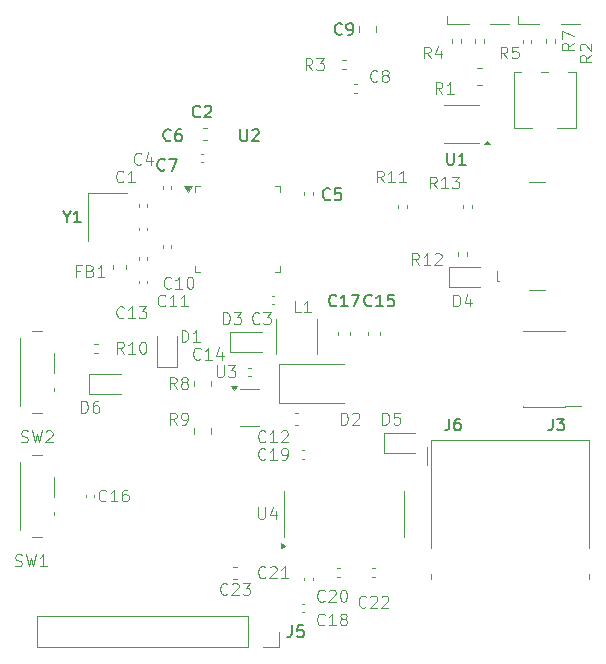
<source format=gbr>
%TF.GenerationSoftware,KiCad,Pcbnew,8.0.8*%
%TF.CreationDate,2025-04-01T12:31:35+02:00*%
%TF.ProjectId,reader,72656164-6572-42e6-9b69-6361645f7063,rev?*%
%TF.SameCoordinates,Original*%
%TF.FileFunction,Legend,Top*%
%TF.FilePolarity,Positive*%
%FSLAX46Y46*%
G04 Gerber Fmt 4.6, Leading zero omitted, Abs format (unit mm)*
G04 Created by KiCad (PCBNEW 8.0.8) date 2025-04-01 12:31:35*
%MOMM*%
%LPD*%
G01*
G04 APERTURE LIST*
%ADD10C,0.125000*%
%ADD11C,0.150000*%
%ADD12C,0.120000*%
G04 APERTURE END LIST*
D10*
X154357142Y-67360880D02*
X154309523Y-67408500D01*
X154309523Y-67408500D02*
X154166666Y-67456119D01*
X154166666Y-67456119D02*
X154071428Y-67456119D01*
X154071428Y-67456119D02*
X153928571Y-67408500D01*
X153928571Y-67408500D02*
X153833333Y-67313261D01*
X153833333Y-67313261D02*
X153785714Y-67218023D01*
X153785714Y-67218023D02*
X153738095Y-67027547D01*
X153738095Y-67027547D02*
X153738095Y-66884690D01*
X153738095Y-66884690D02*
X153785714Y-66694214D01*
X153785714Y-66694214D02*
X153833333Y-66598976D01*
X153833333Y-66598976D02*
X153928571Y-66503738D01*
X153928571Y-66503738D02*
X154071428Y-66456119D01*
X154071428Y-66456119D02*
X154166666Y-66456119D01*
X154166666Y-66456119D02*
X154309523Y-66503738D01*
X154309523Y-66503738D02*
X154357142Y-66551357D01*
X155309523Y-67456119D02*
X154738095Y-67456119D01*
X155023809Y-67456119D02*
X155023809Y-66456119D01*
X155023809Y-66456119D02*
X154928571Y-66598976D01*
X154928571Y-66598976D02*
X154833333Y-66694214D01*
X154833333Y-66694214D02*
X154738095Y-66741833D01*
X155785714Y-67456119D02*
X155976190Y-67456119D01*
X155976190Y-67456119D02*
X156071428Y-67408500D01*
X156071428Y-67408500D02*
X156119047Y-67360880D01*
X156119047Y-67360880D02*
X156214285Y-67218023D01*
X156214285Y-67218023D02*
X156261904Y-67027547D01*
X156261904Y-67027547D02*
X156261904Y-66646595D01*
X156261904Y-66646595D02*
X156214285Y-66551357D01*
X156214285Y-66551357D02*
X156166666Y-66503738D01*
X156166666Y-66503738D02*
X156071428Y-66456119D01*
X156071428Y-66456119D02*
X155880952Y-66456119D01*
X155880952Y-66456119D02*
X155785714Y-66503738D01*
X155785714Y-66503738D02*
X155738095Y-66551357D01*
X155738095Y-66551357D02*
X155690476Y-66646595D01*
X155690476Y-66646595D02*
X155690476Y-66884690D01*
X155690476Y-66884690D02*
X155738095Y-66979928D01*
X155738095Y-66979928D02*
X155785714Y-67027547D01*
X155785714Y-67027547D02*
X155880952Y-67075166D01*
X155880952Y-67075166D02*
X156071428Y-67075166D01*
X156071428Y-67075166D02*
X156166666Y-67027547D01*
X156166666Y-67027547D02*
X156214285Y-66979928D01*
X156214285Y-66979928D02*
X156261904Y-66884690D01*
X154357142Y-65860880D02*
X154309523Y-65908500D01*
X154309523Y-65908500D02*
X154166666Y-65956119D01*
X154166666Y-65956119D02*
X154071428Y-65956119D01*
X154071428Y-65956119D02*
X153928571Y-65908500D01*
X153928571Y-65908500D02*
X153833333Y-65813261D01*
X153833333Y-65813261D02*
X153785714Y-65718023D01*
X153785714Y-65718023D02*
X153738095Y-65527547D01*
X153738095Y-65527547D02*
X153738095Y-65384690D01*
X153738095Y-65384690D02*
X153785714Y-65194214D01*
X153785714Y-65194214D02*
X153833333Y-65098976D01*
X153833333Y-65098976D02*
X153928571Y-65003738D01*
X153928571Y-65003738D02*
X154071428Y-64956119D01*
X154071428Y-64956119D02*
X154166666Y-64956119D01*
X154166666Y-64956119D02*
X154309523Y-65003738D01*
X154309523Y-65003738D02*
X154357142Y-65051357D01*
X155309523Y-65956119D02*
X154738095Y-65956119D01*
X155023809Y-65956119D02*
X155023809Y-64956119D01*
X155023809Y-64956119D02*
X154928571Y-65098976D01*
X154928571Y-65098976D02*
X154833333Y-65194214D01*
X154833333Y-65194214D02*
X154738095Y-65241833D01*
X155690476Y-65051357D02*
X155738095Y-65003738D01*
X155738095Y-65003738D02*
X155833333Y-64956119D01*
X155833333Y-64956119D02*
X156071428Y-64956119D01*
X156071428Y-64956119D02*
X156166666Y-65003738D01*
X156166666Y-65003738D02*
X156214285Y-65051357D01*
X156214285Y-65051357D02*
X156261904Y-65146595D01*
X156261904Y-65146595D02*
X156261904Y-65241833D01*
X156261904Y-65241833D02*
X156214285Y-65384690D01*
X156214285Y-65384690D02*
X155642857Y-65956119D01*
X155642857Y-65956119D02*
X156261904Y-65956119D01*
X180456119Y-32166666D02*
X179979928Y-32499999D01*
X180456119Y-32738094D02*
X179456119Y-32738094D01*
X179456119Y-32738094D02*
X179456119Y-32357142D01*
X179456119Y-32357142D02*
X179503738Y-32261904D01*
X179503738Y-32261904D02*
X179551357Y-32214285D01*
X179551357Y-32214285D02*
X179646595Y-32166666D01*
X179646595Y-32166666D02*
X179789452Y-32166666D01*
X179789452Y-32166666D02*
X179884690Y-32214285D01*
X179884690Y-32214285D02*
X179932309Y-32261904D01*
X179932309Y-32261904D02*
X179979928Y-32357142D01*
X179979928Y-32357142D02*
X179979928Y-32738094D01*
X179456119Y-31833332D02*
X179456119Y-31166666D01*
X179456119Y-31166666D02*
X180456119Y-31595237D01*
X146833333Y-61456119D02*
X146500000Y-60979928D01*
X146261905Y-61456119D02*
X146261905Y-60456119D01*
X146261905Y-60456119D02*
X146642857Y-60456119D01*
X146642857Y-60456119D02*
X146738095Y-60503738D01*
X146738095Y-60503738D02*
X146785714Y-60551357D01*
X146785714Y-60551357D02*
X146833333Y-60646595D01*
X146833333Y-60646595D02*
X146833333Y-60789452D01*
X146833333Y-60789452D02*
X146785714Y-60884690D01*
X146785714Y-60884690D02*
X146738095Y-60932309D01*
X146738095Y-60932309D02*
X146642857Y-60979928D01*
X146642857Y-60979928D02*
X146261905Y-60979928D01*
X147404762Y-60884690D02*
X147309524Y-60837071D01*
X147309524Y-60837071D02*
X147261905Y-60789452D01*
X147261905Y-60789452D02*
X147214286Y-60694214D01*
X147214286Y-60694214D02*
X147214286Y-60646595D01*
X147214286Y-60646595D02*
X147261905Y-60551357D01*
X147261905Y-60551357D02*
X147309524Y-60503738D01*
X147309524Y-60503738D02*
X147404762Y-60456119D01*
X147404762Y-60456119D02*
X147595238Y-60456119D01*
X147595238Y-60456119D02*
X147690476Y-60503738D01*
X147690476Y-60503738D02*
X147738095Y-60551357D01*
X147738095Y-60551357D02*
X147785714Y-60646595D01*
X147785714Y-60646595D02*
X147785714Y-60694214D01*
X147785714Y-60694214D02*
X147738095Y-60789452D01*
X147738095Y-60789452D02*
X147690476Y-60837071D01*
X147690476Y-60837071D02*
X147595238Y-60884690D01*
X147595238Y-60884690D02*
X147404762Y-60884690D01*
X147404762Y-60884690D02*
X147309524Y-60932309D01*
X147309524Y-60932309D02*
X147261905Y-60979928D01*
X147261905Y-60979928D02*
X147214286Y-61075166D01*
X147214286Y-61075166D02*
X147214286Y-61265642D01*
X147214286Y-61265642D02*
X147261905Y-61360880D01*
X147261905Y-61360880D02*
X147309524Y-61408500D01*
X147309524Y-61408500D02*
X147404762Y-61456119D01*
X147404762Y-61456119D02*
X147595238Y-61456119D01*
X147595238Y-61456119D02*
X147690476Y-61408500D01*
X147690476Y-61408500D02*
X147738095Y-61360880D01*
X147738095Y-61360880D02*
X147785714Y-61265642D01*
X147785714Y-61265642D02*
X147785714Y-61075166D01*
X147785714Y-61075166D02*
X147738095Y-60979928D01*
X147738095Y-60979928D02*
X147690476Y-60932309D01*
X147690476Y-60932309D02*
X147595238Y-60884690D01*
D11*
X145833333Y-42859580D02*
X145785714Y-42907200D01*
X145785714Y-42907200D02*
X145642857Y-42954819D01*
X145642857Y-42954819D02*
X145547619Y-42954819D01*
X145547619Y-42954819D02*
X145404762Y-42907200D01*
X145404762Y-42907200D02*
X145309524Y-42811961D01*
X145309524Y-42811961D02*
X145261905Y-42716723D01*
X145261905Y-42716723D02*
X145214286Y-42526247D01*
X145214286Y-42526247D02*
X145214286Y-42383390D01*
X145214286Y-42383390D02*
X145261905Y-42192914D01*
X145261905Y-42192914D02*
X145309524Y-42097676D01*
X145309524Y-42097676D02*
X145404762Y-42002438D01*
X145404762Y-42002438D02*
X145547619Y-41954819D01*
X145547619Y-41954819D02*
X145642857Y-41954819D01*
X145642857Y-41954819D02*
X145785714Y-42002438D01*
X145785714Y-42002438D02*
X145833333Y-42050057D01*
X146166667Y-41954819D02*
X146833333Y-41954819D01*
X146833333Y-41954819D02*
X146404762Y-42954819D01*
D10*
X164261905Y-64456119D02*
X164261905Y-63456119D01*
X164261905Y-63456119D02*
X164500000Y-63456119D01*
X164500000Y-63456119D02*
X164642857Y-63503738D01*
X164642857Y-63503738D02*
X164738095Y-63598976D01*
X164738095Y-63598976D02*
X164785714Y-63694214D01*
X164785714Y-63694214D02*
X164833333Y-63884690D01*
X164833333Y-63884690D02*
X164833333Y-64027547D01*
X164833333Y-64027547D02*
X164785714Y-64218023D01*
X164785714Y-64218023D02*
X164738095Y-64313261D01*
X164738095Y-64313261D02*
X164642857Y-64408500D01*
X164642857Y-64408500D02*
X164500000Y-64456119D01*
X164500000Y-64456119D02*
X164261905Y-64456119D01*
X165738095Y-63456119D02*
X165261905Y-63456119D01*
X165261905Y-63456119D02*
X165214286Y-63932309D01*
X165214286Y-63932309D02*
X165261905Y-63884690D01*
X165261905Y-63884690D02*
X165357143Y-63837071D01*
X165357143Y-63837071D02*
X165595238Y-63837071D01*
X165595238Y-63837071D02*
X165690476Y-63884690D01*
X165690476Y-63884690D02*
X165738095Y-63932309D01*
X165738095Y-63932309D02*
X165785714Y-64027547D01*
X165785714Y-64027547D02*
X165785714Y-64265642D01*
X165785714Y-64265642D02*
X165738095Y-64360880D01*
X165738095Y-64360880D02*
X165690476Y-64408500D01*
X165690476Y-64408500D02*
X165595238Y-64456119D01*
X165595238Y-64456119D02*
X165357143Y-64456119D01*
X165357143Y-64456119D02*
X165261905Y-64408500D01*
X165261905Y-64408500D02*
X165214286Y-64360880D01*
D11*
X160833333Y-31359580D02*
X160785714Y-31407200D01*
X160785714Y-31407200D02*
X160642857Y-31454819D01*
X160642857Y-31454819D02*
X160547619Y-31454819D01*
X160547619Y-31454819D02*
X160404762Y-31407200D01*
X160404762Y-31407200D02*
X160309524Y-31311961D01*
X160309524Y-31311961D02*
X160261905Y-31216723D01*
X160261905Y-31216723D02*
X160214286Y-31026247D01*
X160214286Y-31026247D02*
X160214286Y-30883390D01*
X160214286Y-30883390D02*
X160261905Y-30692914D01*
X160261905Y-30692914D02*
X160309524Y-30597676D01*
X160309524Y-30597676D02*
X160404762Y-30502438D01*
X160404762Y-30502438D02*
X160547619Y-30454819D01*
X160547619Y-30454819D02*
X160642857Y-30454819D01*
X160642857Y-30454819D02*
X160785714Y-30502438D01*
X160785714Y-30502438D02*
X160833333Y-30550057D01*
X161309524Y-31454819D02*
X161500000Y-31454819D01*
X161500000Y-31454819D02*
X161595238Y-31407200D01*
X161595238Y-31407200D02*
X161642857Y-31359580D01*
X161642857Y-31359580D02*
X161738095Y-31216723D01*
X161738095Y-31216723D02*
X161785714Y-31026247D01*
X161785714Y-31026247D02*
X161785714Y-30645295D01*
X161785714Y-30645295D02*
X161738095Y-30550057D01*
X161738095Y-30550057D02*
X161690476Y-30502438D01*
X161690476Y-30502438D02*
X161595238Y-30454819D01*
X161595238Y-30454819D02*
X161404762Y-30454819D01*
X161404762Y-30454819D02*
X161309524Y-30502438D01*
X161309524Y-30502438D02*
X161261905Y-30550057D01*
X161261905Y-30550057D02*
X161214286Y-30645295D01*
X161214286Y-30645295D02*
X161214286Y-30883390D01*
X161214286Y-30883390D02*
X161261905Y-30978628D01*
X161261905Y-30978628D02*
X161309524Y-31026247D01*
X161309524Y-31026247D02*
X161404762Y-31073866D01*
X161404762Y-31073866D02*
X161595238Y-31073866D01*
X161595238Y-31073866D02*
X161690476Y-31026247D01*
X161690476Y-31026247D02*
X161738095Y-30978628D01*
X161738095Y-30978628D02*
X161785714Y-30883390D01*
D10*
X181956119Y-33166666D02*
X181479928Y-33499999D01*
X181956119Y-33738094D02*
X180956119Y-33738094D01*
X180956119Y-33738094D02*
X180956119Y-33357142D01*
X180956119Y-33357142D02*
X181003738Y-33261904D01*
X181003738Y-33261904D02*
X181051357Y-33214285D01*
X181051357Y-33214285D02*
X181146595Y-33166666D01*
X181146595Y-33166666D02*
X181289452Y-33166666D01*
X181289452Y-33166666D02*
X181384690Y-33214285D01*
X181384690Y-33214285D02*
X181432309Y-33261904D01*
X181432309Y-33261904D02*
X181479928Y-33357142D01*
X181479928Y-33357142D02*
X181479928Y-33738094D01*
X181051357Y-32785713D02*
X181003738Y-32738094D01*
X181003738Y-32738094D02*
X180956119Y-32642856D01*
X180956119Y-32642856D02*
X180956119Y-32404761D01*
X180956119Y-32404761D02*
X181003738Y-32309523D01*
X181003738Y-32309523D02*
X181051357Y-32261904D01*
X181051357Y-32261904D02*
X181146595Y-32214285D01*
X181146595Y-32214285D02*
X181241833Y-32214285D01*
X181241833Y-32214285D02*
X181384690Y-32261904D01*
X181384690Y-32261904D02*
X181956119Y-32833332D01*
X181956119Y-32833332D02*
X181956119Y-32214285D01*
X170261905Y-54456119D02*
X170261905Y-53456119D01*
X170261905Y-53456119D02*
X170500000Y-53456119D01*
X170500000Y-53456119D02*
X170642857Y-53503738D01*
X170642857Y-53503738D02*
X170738095Y-53598976D01*
X170738095Y-53598976D02*
X170785714Y-53694214D01*
X170785714Y-53694214D02*
X170833333Y-53884690D01*
X170833333Y-53884690D02*
X170833333Y-54027547D01*
X170833333Y-54027547D02*
X170785714Y-54218023D01*
X170785714Y-54218023D02*
X170738095Y-54313261D01*
X170738095Y-54313261D02*
X170642857Y-54408500D01*
X170642857Y-54408500D02*
X170500000Y-54456119D01*
X170500000Y-54456119D02*
X170261905Y-54456119D01*
X171690476Y-53789452D02*
X171690476Y-54456119D01*
X171452381Y-53408500D02*
X171214286Y-54122785D01*
X171214286Y-54122785D02*
X171833333Y-54122785D01*
X146833333Y-64456119D02*
X146500000Y-63979928D01*
X146261905Y-64456119D02*
X146261905Y-63456119D01*
X146261905Y-63456119D02*
X146642857Y-63456119D01*
X146642857Y-63456119D02*
X146738095Y-63503738D01*
X146738095Y-63503738D02*
X146785714Y-63551357D01*
X146785714Y-63551357D02*
X146833333Y-63646595D01*
X146833333Y-63646595D02*
X146833333Y-63789452D01*
X146833333Y-63789452D02*
X146785714Y-63884690D01*
X146785714Y-63884690D02*
X146738095Y-63932309D01*
X146738095Y-63932309D02*
X146642857Y-63979928D01*
X146642857Y-63979928D02*
X146261905Y-63979928D01*
X147309524Y-64456119D02*
X147500000Y-64456119D01*
X147500000Y-64456119D02*
X147595238Y-64408500D01*
X147595238Y-64408500D02*
X147642857Y-64360880D01*
X147642857Y-64360880D02*
X147738095Y-64218023D01*
X147738095Y-64218023D02*
X147785714Y-64027547D01*
X147785714Y-64027547D02*
X147785714Y-63646595D01*
X147785714Y-63646595D02*
X147738095Y-63551357D01*
X147738095Y-63551357D02*
X147690476Y-63503738D01*
X147690476Y-63503738D02*
X147595238Y-63456119D01*
X147595238Y-63456119D02*
X147404762Y-63456119D01*
X147404762Y-63456119D02*
X147309524Y-63503738D01*
X147309524Y-63503738D02*
X147261905Y-63551357D01*
X147261905Y-63551357D02*
X147214286Y-63646595D01*
X147214286Y-63646595D02*
X147214286Y-63884690D01*
X147214286Y-63884690D02*
X147261905Y-63979928D01*
X147261905Y-63979928D02*
X147309524Y-64027547D01*
X147309524Y-64027547D02*
X147404762Y-64075166D01*
X147404762Y-64075166D02*
X147595238Y-64075166D01*
X147595238Y-64075166D02*
X147690476Y-64027547D01*
X147690476Y-64027547D02*
X147738095Y-63979928D01*
X147738095Y-63979928D02*
X147785714Y-63884690D01*
X151132142Y-78790880D02*
X151084523Y-78838500D01*
X151084523Y-78838500D02*
X150941666Y-78886119D01*
X150941666Y-78886119D02*
X150846428Y-78886119D01*
X150846428Y-78886119D02*
X150703571Y-78838500D01*
X150703571Y-78838500D02*
X150608333Y-78743261D01*
X150608333Y-78743261D02*
X150560714Y-78648023D01*
X150560714Y-78648023D02*
X150513095Y-78457547D01*
X150513095Y-78457547D02*
X150513095Y-78314690D01*
X150513095Y-78314690D02*
X150560714Y-78124214D01*
X150560714Y-78124214D02*
X150608333Y-78028976D01*
X150608333Y-78028976D02*
X150703571Y-77933738D01*
X150703571Y-77933738D02*
X150846428Y-77886119D01*
X150846428Y-77886119D02*
X150941666Y-77886119D01*
X150941666Y-77886119D02*
X151084523Y-77933738D01*
X151084523Y-77933738D02*
X151132142Y-77981357D01*
X151513095Y-77981357D02*
X151560714Y-77933738D01*
X151560714Y-77933738D02*
X151655952Y-77886119D01*
X151655952Y-77886119D02*
X151894047Y-77886119D01*
X151894047Y-77886119D02*
X151989285Y-77933738D01*
X151989285Y-77933738D02*
X152036904Y-77981357D01*
X152036904Y-77981357D02*
X152084523Y-78076595D01*
X152084523Y-78076595D02*
X152084523Y-78171833D01*
X152084523Y-78171833D02*
X152036904Y-78314690D01*
X152036904Y-78314690D02*
X151465476Y-78886119D01*
X151465476Y-78886119D02*
X152084523Y-78886119D01*
X152417857Y-77886119D02*
X153036904Y-77886119D01*
X153036904Y-77886119D02*
X152703571Y-78267071D01*
X152703571Y-78267071D02*
X152846428Y-78267071D01*
X152846428Y-78267071D02*
X152941666Y-78314690D01*
X152941666Y-78314690D02*
X152989285Y-78362309D01*
X152989285Y-78362309D02*
X153036904Y-78457547D01*
X153036904Y-78457547D02*
X153036904Y-78695642D01*
X153036904Y-78695642D02*
X152989285Y-78790880D01*
X152989285Y-78790880D02*
X152941666Y-78838500D01*
X152941666Y-78838500D02*
X152846428Y-78886119D01*
X152846428Y-78886119D02*
X152560714Y-78886119D01*
X152560714Y-78886119D02*
X152465476Y-78838500D01*
X152465476Y-78838500D02*
X152417857Y-78790880D01*
X133666667Y-65908500D02*
X133809524Y-65956119D01*
X133809524Y-65956119D02*
X134047619Y-65956119D01*
X134047619Y-65956119D02*
X134142857Y-65908500D01*
X134142857Y-65908500D02*
X134190476Y-65860880D01*
X134190476Y-65860880D02*
X134238095Y-65765642D01*
X134238095Y-65765642D02*
X134238095Y-65670404D01*
X134238095Y-65670404D02*
X134190476Y-65575166D01*
X134190476Y-65575166D02*
X134142857Y-65527547D01*
X134142857Y-65527547D02*
X134047619Y-65479928D01*
X134047619Y-65479928D02*
X133857143Y-65432309D01*
X133857143Y-65432309D02*
X133761905Y-65384690D01*
X133761905Y-65384690D02*
X133714286Y-65337071D01*
X133714286Y-65337071D02*
X133666667Y-65241833D01*
X133666667Y-65241833D02*
X133666667Y-65146595D01*
X133666667Y-65146595D02*
X133714286Y-65051357D01*
X133714286Y-65051357D02*
X133761905Y-65003738D01*
X133761905Y-65003738D02*
X133857143Y-64956119D01*
X133857143Y-64956119D02*
X134095238Y-64956119D01*
X134095238Y-64956119D02*
X134238095Y-65003738D01*
X134571429Y-64956119D02*
X134809524Y-65956119D01*
X134809524Y-65956119D02*
X135000000Y-65241833D01*
X135000000Y-65241833D02*
X135190476Y-65956119D01*
X135190476Y-65956119D02*
X135428572Y-64956119D01*
X135761905Y-65051357D02*
X135809524Y-65003738D01*
X135809524Y-65003738D02*
X135904762Y-64956119D01*
X135904762Y-64956119D02*
X136142857Y-64956119D01*
X136142857Y-64956119D02*
X136238095Y-65003738D01*
X136238095Y-65003738D02*
X136285714Y-65051357D01*
X136285714Y-65051357D02*
X136333333Y-65146595D01*
X136333333Y-65146595D02*
X136333333Y-65241833D01*
X136333333Y-65241833D02*
X136285714Y-65384690D01*
X136285714Y-65384690D02*
X135714286Y-65956119D01*
X135714286Y-65956119D02*
X136333333Y-65956119D01*
X159357142Y-79360880D02*
X159309523Y-79408500D01*
X159309523Y-79408500D02*
X159166666Y-79456119D01*
X159166666Y-79456119D02*
X159071428Y-79456119D01*
X159071428Y-79456119D02*
X158928571Y-79408500D01*
X158928571Y-79408500D02*
X158833333Y-79313261D01*
X158833333Y-79313261D02*
X158785714Y-79218023D01*
X158785714Y-79218023D02*
X158738095Y-79027547D01*
X158738095Y-79027547D02*
X158738095Y-78884690D01*
X158738095Y-78884690D02*
X158785714Y-78694214D01*
X158785714Y-78694214D02*
X158833333Y-78598976D01*
X158833333Y-78598976D02*
X158928571Y-78503738D01*
X158928571Y-78503738D02*
X159071428Y-78456119D01*
X159071428Y-78456119D02*
X159166666Y-78456119D01*
X159166666Y-78456119D02*
X159309523Y-78503738D01*
X159309523Y-78503738D02*
X159357142Y-78551357D01*
X159738095Y-78551357D02*
X159785714Y-78503738D01*
X159785714Y-78503738D02*
X159880952Y-78456119D01*
X159880952Y-78456119D02*
X160119047Y-78456119D01*
X160119047Y-78456119D02*
X160214285Y-78503738D01*
X160214285Y-78503738D02*
X160261904Y-78551357D01*
X160261904Y-78551357D02*
X160309523Y-78646595D01*
X160309523Y-78646595D02*
X160309523Y-78741833D01*
X160309523Y-78741833D02*
X160261904Y-78884690D01*
X160261904Y-78884690D02*
X159690476Y-79456119D01*
X159690476Y-79456119D02*
X160309523Y-79456119D01*
X160928571Y-78456119D02*
X161023809Y-78456119D01*
X161023809Y-78456119D02*
X161119047Y-78503738D01*
X161119047Y-78503738D02*
X161166666Y-78551357D01*
X161166666Y-78551357D02*
X161214285Y-78646595D01*
X161214285Y-78646595D02*
X161261904Y-78837071D01*
X161261904Y-78837071D02*
X161261904Y-79075166D01*
X161261904Y-79075166D02*
X161214285Y-79265642D01*
X161214285Y-79265642D02*
X161166666Y-79360880D01*
X161166666Y-79360880D02*
X161119047Y-79408500D01*
X161119047Y-79408500D02*
X161023809Y-79456119D01*
X161023809Y-79456119D02*
X160928571Y-79456119D01*
X160928571Y-79456119D02*
X160833333Y-79408500D01*
X160833333Y-79408500D02*
X160785714Y-79360880D01*
X160785714Y-79360880D02*
X160738095Y-79265642D01*
X160738095Y-79265642D02*
X160690476Y-79075166D01*
X160690476Y-79075166D02*
X160690476Y-78837071D01*
X160690476Y-78837071D02*
X160738095Y-78646595D01*
X160738095Y-78646595D02*
X160785714Y-78551357D01*
X160785714Y-78551357D02*
X160833333Y-78503738D01*
X160833333Y-78503738D02*
X160928571Y-78456119D01*
X157333333Y-54956119D02*
X156857143Y-54956119D01*
X156857143Y-54956119D02*
X156857143Y-53956119D01*
X158190476Y-54956119D02*
X157619048Y-54956119D01*
X157904762Y-54956119D02*
X157904762Y-53956119D01*
X157904762Y-53956119D02*
X157809524Y-54098976D01*
X157809524Y-54098976D02*
X157714286Y-54194214D01*
X157714286Y-54194214D02*
X157619048Y-54241833D01*
X164357142Y-43956119D02*
X164023809Y-43479928D01*
X163785714Y-43956119D02*
X163785714Y-42956119D01*
X163785714Y-42956119D02*
X164166666Y-42956119D01*
X164166666Y-42956119D02*
X164261904Y-43003738D01*
X164261904Y-43003738D02*
X164309523Y-43051357D01*
X164309523Y-43051357D02*
X164357142Y-43146595D01*
X164357142Y-43146595D02*
X164357142Y-43289452D01*
X164357142Y-43289452D02*
X164309523Y-43384690D01*
X164309523Y-43384690D02*
X164261904Y-43432309D01*
X164261904Y-43432309D02*
X164166666Y-43479928D01*
X164166666Y-43479928D02*
X163785714Y-43479928D01*
X165309523Y-43956119D02*
X164738095Y-43956119D01*
X165023809Y-43956119D02*
X165023809Y-42956119D01*
X165023809Y-42956119D02*
X164928571Y-43098976D01*
X164928571Y-43098976D02*
X164833333Y-43194214D01*
X164833333Y-43194214D02*
X164738095Y-43241833D01*
X166261904Y-43956119D02*
X165690476Y-43956119D01*
X165976190Y-43956119D02*
X165976190Y-42956119D01*
X165976190Y-42956119D02*
X165880952Y-43098976D01*
X165880952Y-43098976D02*
X165785714Y-43194214D01*
X165785714Y-43194214D02*
X165690476Y-43241833D01*
X167357142Y-50956119D02*
X167023809Y-50479928D01*
X166785714Y-50956119D02*
X166785714Y-49956119D01*
X166785714Y-49956119D02*
X167166666Y-49956119D01*
X167166666Y-49956119D02*
X167261904Y-50003738D01*
X167261904Y-50003738D02*
X167309523Y-50051357D01*
X167309523Y-50051357D02*
X167357142Y-50146595D01*
X167357142Y-50146595D02*
X167357142Y-50289452D01*
X167357142Y-50289452D02*
X167309523Y-50384690D01*
X167309523Y-50384690D02*
X167261904Y-50432309D01*
X167261904Y-50432309D02*
X167166666Y-50479928D01*
X167166666Y-50479928D02*
X166785714Y-50479928D01*
X168309523Y-50956119D02*
X167738095Y-50956119D01*
X168023809Y-50956119D02*
X168023809Y-49956119D01*
X168023809Y-49956119D02*
X167928571Y-50098976D01*
X167928571Y-50098976D02*
X167833333Y-50194214D01*
X167833333Y-50194214D02*
X167738095Y-50241833D01*
X168690476Y-50051357D02*
X168738095Y-50003738D01*
X168738095Y-50003738D02*
X168833333Y-49956119D01*
X168833333Y-49956119D02*
X169071428Y-49956119D01*
X169071428Y-49956119D02*
X169166666Y-50003738D01*
X169166666Y-50003738D02*
X169214285Y-50051357D01*
X169214285Y-50051357D02*
X169261904Y-50146595D01*
X169261904Y-50146595D02*
X169261904Y-50241833D01*
X169261904Y-50241833D02*
X169214285Y-50384690D01*
X169214285Y-50384690D02*
X168642857Y-50956119D01*
X168642857Y-50956119D02*
X169261904Y-50956119D01*
D11*
X178666666Y-63954819D02*
X178666666Y-64669104D01*
X178666666Y-64669104D02*
X178619047Y-64811961D01*
X178619047Y-64811961D02*
X178523809Y-64907200D01*
X178523809Y-64907200D02*
X178380952Y-64954819D01*
X178380952Y-64954819D02*
X178285714Y-64954819D01*
X179047619Y-63954819D02*
X179666666Y-63954819D01*
X179666666Y-63954819D02*
X179333333Y-64335771D01*
X179333333Y-64335771D02*
X179476190Y-64335771D01*
X179476190Y-64335771D02*
X179571428Y-64383390D01*
X179571428Y-64383390D02*
X179619047Y-64431009D01*
X179619047Y-64431009D02*
X179666666Y-64526247D01*
X179666666Y-64526247D02*
X179666666Y-64764342D01*
X179666666Y-64764342D02*
X179619047Y-64859580D01*
X179619047Y-64859580D02*
X179571428Y-64907200D01*
X179571428Y-64907200D02*
X179476190Y-64954819D01*
X179476190Y-64954819D02*
X179190476Y-64954819D01*
X179190476Y-64954819D02*
X179095238Y-64907200D01*
X179095238Y-64907200D02*
X179047619Y-64859580D01*
D10*
X142357142Y-55360880D02*
X142309523Y-55408500D01*
X142309523Y-55408500D02*
X142166666Y-55456119D01*
X142166666Y-55456119D02*
X142071428Y-55456119D01*
X142071428Y-55456119D02*
X141928571Y-55408500D01*
X141928571Y-55408500D02*
X141833333Y-55313261D01*
X141833333Y-55313261D02*
X141785714Y-55218023D01*
X141785714Y-55218023D02*
X141738095Y-55027547D01*
X141738095Y-55027547D02*
X141738095Y-54884690D01*
X141738095Y-54884690D02*
X141785714Y-54694214D01*
X141785714Y-54694214D02*
X141833333Y-54598976D01*
X141833333Y-54598976D02*
X141928571Y-54503738D01*
X141928571Y-54503738D02*
X142071428Y-54456119D01*
X142071428Y-54456119D02*
X142166666Y-54456119D01*
X142166666Y-54456119D02*
X142309523Y-54503738D01*
X142309523Y-54503738D02*
X142357142Y-54551357D01*
X143309523Y-55456119D02*
X142738095Y-55456119D01*
X143023809Y-55456119D02*
X143023809Y-54456119D01*
X143023809Y-54456119D02*
X142928571Y-54598976D01*
X142928571Y-54598976D02*
X142833333Y-54694214D01*
X142833333Y-54694214D02*
X142738095Y-54741833D01*
X143642857Y-54456119D02*
X144261904Y-54456119D01*
X144261904Y-54456119D02*
X143928571Y-54837071D01*
X143928571Y-54837071D02*
X144071428Y-54837071D01*
X144071428Y-54837071D02*
X144166666Y-54884690D01*
X144166666Y-54884690D02*
X144214285Y-54932309D01*
X144214285Y-54932309D02*
X144261904Y-55027547D01*
X144261904Y-55027547D02*
X144261904Y-55265642D01*
X144261904Y-55265642D02*
X144214285Y-55360880D01*
X144214285Y-55360880D02*
X144166666Y-55408500D01*
X144166666Y-55408500D02*
X144071428Y-55456119D01*
X144071428Y-55456119D02*
X143785714Y-55456119D01*
X143785714Y-55456119D02*
X143690476Y-55408500D01*
X143690476Y-55408500D02*
X143642857Y-55360880D01*
X142357142Y-58456119D02*
X142023809Y-57979928D01*
X141785714Y-58456119D02*
X141785714Y-57456119D01*
X141785714Y-57456119D02*
X142166666Y-57456119D01*
X142166666Y-57456119D02*
X142261904Y-57503738D01*
X142261904Y-57503738D02*
X142309523Y-57551357D01*
X142309523Y-57551357D02*
X142357142Y-57646595D01*
X142357142Y-57646595D02*
X142357142Y-57789452D01*
X142357142Y-57789452D02*
X142309523Y-57884690D01*
X142309523Y-57884690D02*
X142261904Y-57932309D01*
X142261904Y-57932309D02*
X142166666Y-57979928D01*
X142166666Y-57979928D02*
X141785714Y-57979928D01*
X143309523Y-58456119D02*
X142738095Y-58456119D01*
X143023809Y-58456119D02*
X143023809Y-57456119D01*
X143023809Y-57456119D02*
X142928571Y-57598976D01*
X142928571Y-57598976D02*
X142833333Y-57694214D01*
X142833333Y-57694214D02*
X142738095Y-57741833D01*
X143928571Y-57456119D02*
X144023809Y-57456119D01*
X144023809Y-57456119D02*
X144119047Y-57503738D01*
X144119047Y-57503738D02*
X144166666Y-57551357D01*
X144166666Y-57551357D02*
X144214285Y-57646595D01*
X144214285Y-57646595D02*
X144261904Y-57837071D01*
X144261904Y-57837071D02*
X144261904Y-58075166D01*
X144261904Y-58075166D02*
X144214285Y-58265642D01*
X144214285Y-58265642D02*
X144166666Y-58360880D01*
X144166666Y-58360880D02*
X144119047Y-58408500D01*
X144119047Y-58408500D02*
X144023809Y-58456119D01*
X144023809Y-58456119D02*
X143928571Y-58456119D01*
X143928571Y-58456119D02*
X143833333Y-58408500D01*
X143833333Y-58408500D02*
X143785714Y-58360880D01*
X143785714Y-58360880D02*
X143738095Y-58265642D01*
X143738095Y-58265642D02*
X143690476Y-58075166D01*
X143690476Y-58075166D02*
X143690476Y-57837071D01*
X143690476Y-57837071D02*
X143738095Y-57646595D01*
X143738095Y-57646595D02*
X143785714Y-57551357D01*
X143785714Y-57551357D02*
X143833333Y-57503738D01*
X143833333Y-57503738D02*
X143928571Y-57456119D01*
X146357142Y-52860880D02*
X146309523Y-52908500D01*
X146309523Y-52908500D02*
X146166666Y-52956119D01*
X146166666Y-52956119D02*
X146071428Y-52956119D01*
X146071428Y-52956119D02*
X145928571Y-52908500D01*
X145928571Y-52908500D02*
X145833333Y-52813261D01*
X145833333Y-52813261D02*
X145785714Y-52718023D01*
X145785714Y-52718023D02*
X145738095Y-52527547D01*
X145738095Y-52527547D02*
X145738095Y-52384690D01*
X145738095Y-52384690D02*
X145785714Y-52194214D01*
X145785714Y-52194214D02*
X145833333Y-52098976D01*
X145833333Y-52098976D02*
X145928571Y-52003738D01*
X145928571Y-52003738D02*
X146071428Y-51956119D01*
X146071428Y-51956119D02*
X146166666Y-51956119D01*
X146166666Y-51956119D02*
X146309523Y-52003738D01*
X146309523Y-52003738D02*
X146357142Y-52051357D01*
X147309523Y-52956119D02*
X146738095Y-52956119D01*
X147023809Y-52956119D02*
X147023809Y-51956119D01*
X147023809Y-51956119D02*
X146928571Y-52098976D01*
X146928571Y-52098976D02*
X146833333Y-52194214D01*
X146833333Y-52194214D02*
X146738095Y-52241833D01*
X147928571Y-51956119D02*
X148023809Y-51956119D01*
X148023809Y-51956119D02*
X148119047Y-52003738D01*
X148119047Y-52003738D02*
X148166666Y-52051357D01*
X148166666Y-52051357D02*
X148214285Y-52146595D01*
X148214285Y-52146595D02*
X148261904Y-52337071D01*
X148261904Y-52337071D02*
X148261904Y-52575166D01*
X148261904Y-52575166D02*
X148214285Y-52765642D01*
X148214285Y-52765642D02*
X148166666Y-52860880D01*
X148166666Y-52860880D02*
X148119047Y-52908500D01*
X148119047Y-52908500D02*
X148023809Y-52956119D01*
X148023809Y-52956119D02*
X147928571Y-52956119D01*
X147928571Y-52956119D02*
X147833333Y-52908500D01*
X147833333Y-52908500D02*
X147785714Y-52860880D01*
X147785714Y-52860880D02*
X147738095Y-52765642D01*
X147738095Y-52765642D02*
X147690476Y-52575166D01*
X147690476Y-52575166D02*
X147690476Y-52337071D01*
X147690476Y-52337071D02*
X147738095Y-52146595D01*
X147738095Y-52146595D02*
X147785714Y-52051357D01*
X147785714Y-52051357D02*
X147833333Y-52003738D01*
X147833333Y-52003738D02*
X147928571Y-51956119D01*
X174833333Y-33456119D02*
X174500000Y-32979928D01*
X174261905Y-33456119D02*
X174261905Y-32456119D01*
X174261905Y-32456119D02*
X174642857Y-32456119D01*
X174642857Y-32456119D02*
X174738095Y-32503738D01*
X174738095Y-32503738D02*
X174785714Y-32551357D01*
X174785714Y-32551357D02*
X174833333Y-32646595D01*
X174833333Y-32646595D02*
X174833333Y-32789452D01*
X174833333Y-32789452D02*
X174785714Y-32884690D01*
X174785714Y-32884690D02*
X174738095Y-32932309D01*
X174738095Y-32932309D02*
X174642857Y-32979928D01*
X174642857Y-32979928D02*
X174261905Y-32979928D01*
X175738095Y-32456119D02*
X175261905Y-32456119D01*
X175261905Y-32456119D02*
X175214286Y-32932309D01*
X175214286Y-32932309D02*
X175261905Y-32884690D01*
X175261905Y-32884690D02*
X175357143Y-32837071D01*
X175357143Y-32837071D02*
X175595238Y-32837071D01*
X175595238Y-32837071D02*
X175690476Y-32884690D01*
X175690476Y-32884690D02*
X175738095Y-32932309D01*
X175738095Y-32932309D02*
X175785714Y-33027547D01*
X175785714Y-33027547D02*
X175785714Y-33265642D01*
X175785714Y-33265642D02*
X175738095Y-33360880D01*
X175738095Y-33360880D02*
X175690476Y-33408500D01*
X175690476Y-33408500D02*
X175595238Y-33456119D01*
X175595238Y-33456119D02*
X175357143Y-33456119D01*
X175357143Y-33456119D02*
X175261905Y-33408500D01*
X175261905Y-33408500D02*
X175214286Y-33360880D01*
X140857142Y-70860880D02*
X140809523Y-70908500D01*
X140809523Y-70908500D02*
X140666666Y-70956119D01*
X140666666Y-70956119D02*
X140571428Y-70956119D01*
X140571428Y-70956119D02*
X140428571Y-70908500D01*
X140428571Y-70908500D02*
X140333333Y-70813261D01*
X140333333Y-70813261D02*
X140285714Y-70718023D01*
X140285714Y-70718023D02*
X140238095Y-70527547D01*
X140238095Y-70527547D02*
X140238095Y-70384690D01*
X140238095Y-70384690D02*
X140285714Y-70194214D01*
X140285714Y-70194214D02*
X140333333Y-70098976D01*
X140333333Y-70098976D02*
X140428571Y-70003738D01*
X140428571Y-70003738D02*
X140571428Y-69956119D01*
X140571428Y-69956119D02*
X140666666Y-69956119D01*
X140666666Y-69956119D02*
X140809523Y-70003738D01*
X140809523Y-70003738D02*
X140857142Y-70051357D01*
X141809523Y-70956119D02*
X141238095Y-70956119D01*
X141523809Y-70956119D02*
X141523809Y-69956119D01*
X141523809Y-69956119D02*
X141428571Y-70098976D01*
X141428571Y-70098976D02*
X141333333Y-70194214D01*
X141333333Y-70194214D02*
X141238095Y-70241833D01*
X142666666Y-69956119D02*
X142476190Y-69956119D01*
X142476190Y-69956119D02*
X142380952Y-70003738D01*
X142380952Y-70003738D02*
X142333333Y-70051357D01*
X142333333Y-70051357D02*
X142238095Y-70194214D01*
X142238095Y-70194214D02*
X142190476Y-70384690D01*
X142190476Y-70384690D02*
X142190476Y-70765642D01*
X142190476Y-70765642D02*
X142238095Y-70860880D01*
X142238095Y-70860880D02*
X142285714Y-70908500D01*
X142285714Y-70908500D02*
X142380952Y-70956119D01*
X142380952Y-70956119D02*
X142571428Y-70956119D01*
X142571428Y-70956119D02*
X142666666Y-70908500D01*
X142666666Y-70908500D02*
X142714285Y-70860880D01*
X142714285Y-70860880D02*
X142761904Y-70765642D01*
X142761904Y-70765642D02*
X142761904Y-70527547D01*
X142761904Y-70527547D02*
X142714285Y-70432309D01*
X142714285Y-70432309D02*
X142666666Y-70384690D01*
X142666666Y-70384690D02*
X142571428Y-70337071D01*
X142571428Y-70337071D02*
X142380952Y-70337071D01*
X142380952Y-70337071D02*
X142285714Y-70384690D01*
X142285714Y-70384690D02*
X142238095Y-70432309D01*
X142238095Y-70432309D02*
X142190476Y-70527547D01*
X169333333Y-36456119D02*
X169000000Y-35979928D01*
X168761905Y-36456119D02*
X168761905Y-35456119D01*
X168761905Y-35456119D02*
X169142857Y-35456119D01*
X169142857Y-35456119D02*
X169238095Y-35503738D01*
X169238095Y-35503738D02*
X169285714Y-35551357D01*
X169285714Y-35551357D02*
X169333333Y-35646595D01*
X169333333Y-35646595D02*
X169333333Y-35789452D01*
X169333333Y-35789452D02*
X169285714Y-35884690D01*
X169285714Y-35884690D02*
X169238095Y-35932309D01*
X169238095Y-35932309D02*
X169142857Y-35979928D01*
X169142857Y-35979928D02*
X168761905Y-35979928D01*
X170285714Y-36456119D02*
X169714286Y-36456119D01*
X170000000Y-36456119D02*
X170000000Y-35456119D01*
X170000000Y-35456119D02*
X169904762Y-35598976D01*
X169904762Y-35598976D02*
X169809524Y-35694214D01*
X169809524Y-35694214D02*
X169714286Y-35741833D01*
X143833333Y-42360880D02*
X143785714Y-42408500D01*
X143785714Y-42408500D02*
X143642857Y-42456119D01*
X143642857Y-42456119D02*
X143547619Y-42456119D01*
X143547619Y-42456119D02*
X143404762Y-42408500D01*
X143404762Y-42408500D02*
X143309524Y-42313261D01*
X143309524Y-42313261D02*
X143261905Y-42218023D01*
X143261905Y-42218023D02*
X143214286Y-42027547D01*
X143214286Y-42027547D02*
X143214286Y-41884690D01*
X143214286Y-41884690D02*
X143261905Y-41694214D01*
X143261905Y-41694214D02*
X143309524Y-41598976D01*
X143309524Y-41598976D02*
X143404762Y-41503738D01*
X143404762Y-41503738D02*
X143547619Y-41456119D01*
X143547619Y-41456119D02*
X143642857Y-41456119D01*
X143642857Y-41456119D02*
X143785714Y-41503738D01*
X143785714Y-41503738D02*
X143833333Y-41551357D01*
X144690476Y-41789452D02*
X144690476Y-42456119D01*
X144452381Y-41408500D02*
X144214286Y-42122785D01*
X144214286Y-42122785D02*
X144833333Y-42122785D01*
D11*
X148833333Y-38359580D02*
X148785714Y-38407200D01*
X148785714Y-38407200D02*
X148642857Y-38454819D01*
X148642857Y-38454819D02*
X148547619Y-38454819D01*
X148547619Y-38454819D02*
X148404762Y-38407200D01*
X148404762Y-38407200D02*
X148309524Y-38311961D01*
X148309524Y-38311961D02*
X148261905Y-38216723D01*
X148261905Y-38216723D02*
X148214286Y-38026247D01*
X148214286Y-38026247D02*
X148214286Y-37883390D01*
X148214286Y-37883390D02*
X148261905Y-37692914D01*
X148261905Y-37692914D02*
X148309524Y-37597676D01*
X148309524Y-37597676D02*
X148404762Y-37502438D01*
X148404762Y-37502438D02*
X148547619Y-37454819D01*
X148547619Y-37454819D02*
X148642857Y-37454819D01*
X148642857Y-37454819D02*
X148785714Y-37502438D01*
X148785714Y-37502438D02*
X148833333Y-37550057D01*
X149214286Y-37550057D02*
X149261905Y-37502438D01*
X149261905Y-37502438D02*
X149357143Y-37454819D01*
X149357143Y-37454819D02*
X149595238Y-37454819D01*
X149595238Y-37454819D02*
X149690476Y-37502438D01*
X149690476Y-37502438D02*
X149738095Y-37550057D01*
X149738095Y-37550057D02*
X149785714Y-37645295D01*
X149785714Y-37645295D02*
X149785714Y-37740533D01*
X149785714Y-37740533D02*
X149738095Y-37883390D01*
X149738095Y-37883390D02*
X149166667Y-38454819D01*
X149166667Y-38454819D02*
X149785714Y-38454819D01*
X163357142Y-54359580D02*
X163309523Y-54407200D01*
X163309523Y-54407200D02*
X163166666Y-54454819D01*
X163166666Y-54454819D02*
X163071428Y-54454819D01*
X163071428Y-54454819D02*
X162928571Y-54407200D01*
X162928571Y-54407200D02*
X162833333Y-54311961D01*
X162833333Y-54311961D02*
X162785714Y-54216723D01*
X162785714Y-54216723D02*
X162738095Y-54026247D01*
X162738095Y-54026247D02*
X162738095Y-53883390D01*
X162738095Y-53883390D02*
X162785714Y-53692914D01*
X162785714Y-53692914D02*
X162833333Y-53597676D01*
X162833333Y-53597676D02*
X162928571Y-53502438D01*
X162928571Y-53502438D02*
X163071428Y-53454819D01*
X163071428Y-53454819D02*
X163166666Y-53454819D01*
X163166666Y-53454819D02*
X163309523Y-53502438D01*
X163309523Y-53502438D02*
X163357142Y-53550057D01*
X164309523Y-54454819D02*
X163738095Y-54454819D01*
X164023809Y-54454819D02*
X164023809Y-53454819D01*
X164023809Y-53454819D02*
X163928571Y-53597676D01*
X163928571Y-53597676D02*
X163833333Y-53692914D01*
X163833333Y-53692914D02*
X163738095Y-53740533D01*
X165214285Y-53454819D02*
X164738095Y-53454819D01*
X164738095Y-53454819D02*
X164690476Y-53931009D01*
X164690476Y-53931009D02*
X164738095Y-53883390D01*
X164738095Y-53883390D02*
X164833333Y-53835771D01*
X164833333Y-53835771D02*
X165071428Y-53835771D01*
X165071428Y-53835771D02*
X165166666Y-53883390D01*
X165166666Y-53883390D02*
X165214285Y-53931009D01*
X165214285Y-53931009D02*
X165261904Y-54026247D01*
X165261904Y-54026247D02*
X165261904Y-54264342D01*
X165261904Y-54264342D02*
X165214285Y-54359580D01*
X165214285Y-54359580D02*
X165166666Y-54407200D01*
X165166666Y-54407200D02*
X165071428Y-54454819D01*
X165071428Y-54454819D02*
X164833333Y-54454819D01*
X164833333Y-54454819D02*
X164738095Y-54407200D01*
X164738095Y-54407200D02*
X164690476Y-54359580D01*
D10*
X138761905Y-63456119D02*
X138761905Y-62456119D01*
X138761905Y-62456119D02*
X139000000Y-62456119D01*
X139000000Y-62456119D02*
X139142857Y-62503738D01*
X139142857Y-62503738D02*
X139238095Y-62598976D01*
X139238095Y-62598976D02*
X139285714Y-62694214D01*
X139285714Y-62694214D02*
X139333333Y-62884690D01*
X139333333Y-62884690D02*
X139333333Y-63027547D01*
X139333333Y-63027547D02*
X139285714Y-63218023D01*
X139285714Y-63218023D02*
X139238095Y-63313261D01*
X139238095Y-63313261D02*
X139142857Y-63408500D01*
X139142857Y-63408500D02*
X139000000Y-63456119D01*
X139000000Y-63456119D02*
X138761905Y-63456119D01*
X140190476Y-62456119D02*
X140000000Y-62456119D01*
X140000000Y-62456119D02*
X139904762Y-62503738D01*
X139904762Y-62503738D02*
X139857143Y-62551357D01*
X139857143Y-62551357D02*
X139761905Y-62694214D01*
X139761905Y-62694214D02*
X139714286Y-62884690D01*
X139714286Y-62884690D02*
X139714286Y-63265642D01*
X139714286Y-63265642D02*
X139761905Y-63360880D01*
X139761905Y-63360880D02*
X139809524Y-63408500D01*
X139809524Y-63408500D02*
X139904762Y-63456119D01*
X139904762Y-63456119D02*
X140095238Y-63456119D01*
X140095238Y-63456119D02*
X140190476Y-63408500D01*
X140190476Y-63408500D02*
X140238095Y-63360880D01*
X140238095Y-63360880D02*
X140285714Y-63265642D01*
X140285714Y-63265642D02*
X140285714Y-63027547D01*
X140285714Y-63027547D02*
X140238095Y-62932309D01*
X140238095Y-62932309D02*
X140190476Y-62884690D01*
X140190476Y-62884690D02*
X140095238Y-62837071D01*
X140095238Y-62837071D02*
X139904762Y-62837071D01*
X139904762Y-62837071D02*
X139809524Y-62884690D01*
X139809524Y-62884690D02*
X139761905Y-62932309D01*
X139761905Y-62932309D02*
X139714286Y-63027547D01*
D11*
X146333333Y-40359580D02*
X146285714Y-40407200D01*
X146285714Y-40407200D02*
X146142857Y-40454819D01*
X146142857Y-40454819D02*
X146047619Y-40454819D01*
X146047619Y-40454819D02*
X145904762Y-40407200D01*
X145904762Y-40407200D02*
X145809524Y-40311961D01*
X145809524Y-40311961D02*
X145761905Y-40216723D01*
X145761905Y-40216723D02*
X145714286Y-40026247D01*
X145714286Y-40026247D02*
X145714286Y-39883390D01*
X145714286Y-39883390D02*
X145761905Y-39692914D01*
X145761905Y-39692914D02*
X145809524Y-39597676D01*
X145809524Y-39597676D02*
X145904762Y-39502438D01*
X145904762Y-39502438D02*
X146047619Y-39454819D01*
X146047619Y-39454819D02*
X146142857Y-39454819D01*
X146142857Y-39454819D02*
X146285714Y-39502438D01*
X146285714Y-39502438D02*
X146333333Y-39550057D01*
X147190476Y-39454819D02*
X147000000Y-39454819D01*
X147000000Y-39454819D02*
X146904762Y-39502438D01*
X146904762Y-39502438D02*
X146857143Y-39550057D01*
X146857143Y-39550057D02*
X146761905Y-39692914D01*
X146761905Y-39692914D02*
X146714286Y-39883390D01*
X146714286Y-39883390D02*
X146714286Y-40264342D01*
X146714286Y-40264342D02*
X146761905Y-40359580D01*
X146761905Y-40359580D02*
X146809524Y-40407200D01*
X146809524Y-40407200D02*
X146904762Y-40454819D01*
X146904762Y-40454819D02*
X147095238Y-40454819D01*
X147095238Y-40454819D02*
X147190476Y-40407200D01*
X147190476Y-40407200D02*
X147238095Y-40359580D01*
X147238095Y-40359580D02*
X147285714Y-40264342D01*
X147285714Y-40264342D02*
X147285714Y-40026247D01*
X147285714Y-40026247D02*
X147238095Y-39931009D01*
X147238095Y-39931009D02*
X147190476Y-39883390D01*
X147190476Y-39883390D02*
X147095238Y-39835771D01*
X147095238Y-39835771D02*
X146904762Y-39835771D01*
X146904762Y-39835771D02*
X146809524Y-39883390D01*
X146809524Y-39883390D02*
X146761905Y-39931009D01*
X146761905Y-39931009D02*
X146714286Y-40026247D01*
D10*
X142333333Y-43860880D02*
X142285714Y-43908500D01*
X142285714Y-43908500D02*
X142142857Y-43956119D01*
X142142857Y-43956119D02*
X142047619Y-43956119D01*
X142047619Y-43956119D02*
X141904762Y-43908500D01*
X141904762Y-43908500D02*
X141809524Y-43813261D01*
X141809524Y-43813261D02*
X141761905Y-43718023D01*
X141761905Y-43718023D02*
X141714286Y-43527547D01*
X141714286Y-43527547D02*
X141714286Y-43384690D01*
X141714286Y-43384690D02*
X141761905Y-43194214D01*
X141761905Y-43194214D02*
X141809524Y-43098976D01*
X141809524Y-43098976D02*
X141904762Y-43003738D01*
X141904762Y-43003738D02*
X142047619Y-42956119D01*
X142047619Y-42956119D02*
X142142857Y-42956119D01*
X142142857Y-42956119D02*
X142285714Y-43003738D01*
X142285714Y-43003738D02*
X142333333Y-43051357D01*
X143285714Y-43956119D02*
X142714286Y-43956119D01*
X143000000Y-43956119D02*
X143000000Y-42956119D01*
X143000000Y-42956119D02*
X142904762Y-43098976D01*
X142904762Y-43098976D02*
X142809524Y-43194214D01*
X142809524Y-43194214D02*
X142714286Y-43241833D01*
X153833333Y-55860880D02*
X153785714Y-55908500D01*
X153785714Y-55908500D02*
X153642857Y-55956119D01*
X153642857Y-55956119D02*
X153547619Y-55956119D01*
X153547619Y-55956119D02*
X153404762Y-55908500D01*
X153404762Y-55908500D02*
X153309524Y-55813261D01*
X153309524Y-55813261D02*
X153261905Y-55718023D01*
X153261905Y-55718023D02*
X153214286Y-55527547D01*
X153214286Y-55527547D02*
X153214286Y-55384690D01*
X153214286Y-55384690D02*
X153261905Y-55194214D01*
X153261905Y-55194214D02*
X153309524Y-55098976D01*
X153309524Y-55098976D02*
X153404762Y-55003738D01*
X153404762Y-55003738D02*
X153547619Y-54956119D01*
X153547619Y-54956119D02*
X153642857Y-54956119D01*
X153642857Y-54956119D02*
X153785714Y-55003738D01*
X153785714Y-55003738D02*
X153833333Y-55051357D01*
X154166667Y-54956119D02*
X154785714Y-54956119D01*
X154785714Y-54956119D02*
X154452381Y-55337071D01*
X154452381Y-55337071D02*
X154595238Y-55337071D01*
X154595238Y-55337071D02*
X154690476Y-55384690D01*
X154690476Y-55384690D02*
X154738095Y-55432309D01*
X154738095Y-55432309D02*
X154785714Y-55527547D01*
X154785714Y-55527547D02*
X154785714Y-55765642D01*
X154785714Y-55765642D02*
X154738095Y-55860880D01*
X154738095Y-55860880D02*
X154690476Y-55908500D01*
X154690476Y-55908500D02*
X154595238Y-55956119D01*
X154595238Y-55956119D02*
X154309524Y-55956119D01*
X154309524Y-55956119D02*
X154214286Y-55908500D01*
X154214286Y-55908500D02*
X154166667Y-55860880D01*
D11*
X137523809Y-46868628D02*
X137523809Y-47344819D01*
X137190476Y-46344819D02*
X137523809Y-46868628D01*
X137523809Y-46868628D02*
X137857142Y-46344819D01*
X138714285Y-47344819D02*
X138142857Y-47344819D01*
X138428571Y-47344819D02*
X138428571Y-46344819D01*
X138428571Y-46344819D02*
X138333333Y-46487676D01*
X138333333Y-46487676D02*
X138238095Y-46582914D01*
X138238095Y-46582914D02*
X138142857Y-46630533D01*
D10*
X159357142Y-81360880D02*
X159309523Y-81408500D01*
X159309523Y-81408500D02*
X159166666Y-81456119D01*
X159166666Y-81456119D02*
X159071428Y-81456119D01*
X159071428Y-81456119D02*
X158928571Y-81408500D01*
X158928571Y-81408500D02*
X158833333Y-81313261D01*
X158833333Y-81313261D02*
X158785714Y-81218023D01*
X158785714Y-81218023D02*
X158738095Y-81027547D01*
X158738095Y-81027547D02*
X158738095Y-80884690D01*
X158738095Y-80884690D02*
X158785714Y-80694214D01*
X158785714Y-80694214D02*
X158833333Y-80598976D01*
X158833333Y-80598976D02*
X158928571Y-80503738D01*
X158928571Y-80503738D02*
X159071428Y-80456119D01*
X159071428Y-80456119D02*
X159166666Y-80456119D01*
X159166666Y-80456119D02*
X159309523Y-80503738D01*
X159309523Y-80503738D02*
X159357142Y-80551357D01*
X160309523Y-81456119D02*
X159738095Y-81456119D01*
X160023809Y-81456119D02*
X160023809Y-80456119D01*
X160023809Y-80456119D02*
X159928571Y-80598976D01*
X159928571Y-80598976D02*
X159833333Y-80694214D01*
X159833333Y-80694214D02*
X159738095Y-80741833D01*
X160880952Y-80884690D02*
X160785714Y-80837071D01*
X160785714Y-80837071D02*
X160738095Y-80789452D01*
X160738095Y-80789452D02*
X160690476Y-80694214D01*
X160690476Y-80694214D02*
X160690476Y-80646595D01*
X160690476Y-80646595D02*
X160738095Y-80551357D01*
X160738095Y-80551357D02*
X160785714Y-80503738D01*
X160785714Y-80503738D02*
X160880952Y-80456119D01*
X160880952Y-80456119D02*
X161071428Y-80456119D01*
X161071428Y-80456119D02*
X161166666Y-80503738D01*
X161166666Y-80503738D02*
X161214285Y-80551357D01*
X161214285Y-80551357D02*
X161261904Y-80646595D01*
X161261904Y-80646595D02*
X161261904Y-80694214D01*
X161261904Y-80694214D02*
X161214285Y-80789452D01*
X161214285Y-80789452D02*
X161166666Y-80837071D01*
X161166666Y-80837071D02*
X161071428Y-80884690D01*
X161071428Y-80884690D02*
X160880952Y-80884690D01*
X160880952Y-80884690D02*
X160785714Y-80932309D01*
X160785714Y-80932309D02*
X160738095Y-80979928D01*
X160738095Y-80979928D02*
X160690476Y-81075166D01*
X160690476Y-81075166D02*
X160690476Y-81265642D01*
X160690476Y-81265642D02*
X160738095Y-81360880D01*
X160738095Y-81360880D02*
X160785714Y-81408500D01*
X160785714Y-81408500D02*
X160880952Y-81456119D01*
X160880952Y-81456119D02*
X161071428Y-81456119D01*
X161071428Y-81456119D02*
X161166666Y-81408500D01*
X161166666Y-81408500D02*
X161214285Y-81360880D01*
X161214285Y-81360880D02*
X161261904Y-81265642D01*
X161261904Y-81265642D02*
X161261904Y-81075166D01*
X161261904Y-81075166D02*
X161214285Y-80979928D01*
X161214285Y-80979928D02*
X161166666Y-80932309D01*
X161166666Y-80932309D02*
X161071428Y-80884690D01*
X168857142Y-44456119D02*
X168523809Y-43979928D01*
X168285714Y-44456119D02*
X168285714Y-43456119D01*
X168285714Y-43456119D02*
X168666666Y-43456119D01*
X168666666Y-43456119D02*
X168761904Y-43503738D01*
X168761904Y-43503738D02*
X168809523Y-43551357D01*
X168809523Y-43551357D02*
X168857142Y-43646595D01*
X168857142Y-43646595D02*
X168857142Y-43789452D01*
X168857142Y-43789452D02*
X168809523Y-43884690D01*
X168809523Y-43884690D02*
X168761904Y-43932309D01*
X168761904Y-43932309D02*
X168666666Y-43979928D01*
X168666666Y-43979928D02*
X168285714Y-43979928D01*
X169809523Y-44456119D02*
X169238095Y-44456119D01*
X169523809Y-44456119D02*
X169523809Y-43456119D01*
X169523809Y-43456119D02*
X169428571Y-43598976D01*
X169428571Y-43598976D02*
X169333333Y-43694214D01*
X169333333Y-43694214D02*
X169238095Y-43741833D01*
X170142857Y-43456119D02*
X170761904Y-43456119D01*
X170761904Y-43456119D02*
X170428571Y-43837071D01*
X170428571Y-43837071D02*
X170571428Y-43837071D01*
X170571428Y-43837071D02*
X170666666Y-43884690D01*
X170666666Y-43884690D02*
X170714285Y-43932309D01*
X170714285Y-43932309D02*
X170761904Y-44027547D01*
X170761904Y-44027547D02*
X170761904Y-44265642D01*
X170761904Y-44265642D02*
X170714285Y-44360880D01*
X170714285Y-44360880D02*
X170666666Y-44408500D01*
X170666666Y-44408500D02*
X170571428Y-44456119D01*
X170571428Y-44456119D02*
X170285714Y-44456119D01*
X170285714Y-44456119D02*
X170190476Y-44408500D01*
X170190476Y-44408500D02*
X170142857Y-44360880D01*
D11*
X159833333Y-45359580D02*
X159785714Y-45407200D01*
X159785714Y-45407200D02*
X159642857Y-45454819D01*
X159642857Y-45454819D02*
X159547619Y-45454819D01*
X159547619Y-45454819D02*
X159404762Y-45407200D01*
X159404762Y-45407200D02*
X159309524Y-45311961D01*
X159309524Y-45311961D02*
X159261905Y-45216723D01*
X159261905Y-45216723D02*
X159214286Y-45026247D01*
X159214286Y-45026247D02*
X159214286Y-44883390D01*
X159214286Y-44883390D02*
X159261905Y-44692914D01*
X159261905Y-44692914D02*
X159309524Y-44597676D01*
X159309524Y-44597676D02*
X159404762Y-44502438D01*
X159404762Y-44502438D02*
X159547619Y-44454819D01*
X159547619Y-44454819D02*
X159642857Y-44454819D01*
X159642857Y-44454819D02*
X159785714Y-44502438D01*
X159785714Y-44502438D02*
X159833333Y-44550057D01*
X160738095Y-44454819D02*
X160261905Y-44454819D01*
X160261905Y-44454819D02*
X160214286Y-44931009D01*
X160214286Y-44931009D02*
X160261905Y-44883390D01*
X160261905Y-44883390D02*
X160357143Y-44835771D01*
X160357143Y-44835771D02*
X160595238Y-44835771D01*
X160595238Y-44835771D02*
X160690476Y-44883390D01*
X160690476Y-44883390D02*
X160738095Y-44931009D01*
X160738095Y-44931009D02*
X160785714Y-45026247D01*
X160785714Y-45026247D02*
X160785714Y-45264342D01*
X160785714Y-45264342D02*
X160738095Y-45359580D01*
X160738095Y-45359580D02*
X160690476Y-45407200D01*
X160690476Y-45407200D02*
X160595238Y-45454819D01*
X160595238Y-45454819D02*
X160357143Y-45454819D01*
X160357143Y-45454819D02*
X160261905Y-45407200D01*
X160261905Y-45407200D02*
X160214286Y-45359580D01*
D10*
X150761905Y-55956119D02*
X150761905Y-54956119D01*
X150761905Y-54956119D02*
X151000000Y-54956119D01*
X151000000Y-54956119D02*
X151142857Y-55003738D01*
X151142857Y-55003738D02*
X151238095Y-55098976D01*
X151238095Y-55098976D02*
X151285714Y-55194214D01*
X151285714Y-55194214D02*
X151333333Y-55384690D01*
X151333333Y-55384690D02*
X151333333Y-55527547D01*
X151333333Y-55527547D02*
X151285714Y-55718023D01*
X151285714Y-55718023D02*
X151238095Y-55813261D01*
X151238095Y-55813261D02*
X151142857Y-55908500D01*
X151142857Y-55908500D02*
X151000000Y-55956119D01*
X151000000Y-55956119D02*
X150761905Y-55956119D01*
X151666667Y-54956119D02*
X152285714Y-54956119D01*
X152285714Y-54956119D02*
X151952381Y-55337071D01*
X151952381Y-55337071D02*
X152095238Y-55337071D01*
X152095238Y-55337071D02*
X152190476Y-55384690D01*
X152190476Y-55384690D02*
X152238095Y-55432309D01*
X152238095Y-55432309D02*
X152285714Y-55527547D01*
X152285714Y-55527547D02*
X152285714Y-55765642D01*
X152285714Y-55765642D02*
X152238095Y-55860880D01*
X152238095Y-55860880D02*
X152190476Y-55908500D01*
X152190476Y-55908500D02*
X152095238Y-55956119D01*
X152095238Y-55956119D02*
X151809524Y-55956119D01*
X151809524Y-55956119D02*
X151714286Y-55908500D01*
X151714286Y-55908500D02*
X151666667Y-55860880D01*
X145857142Y-54360880D02*
X145809523Y-54408500D01*
X145809523Y-54408500D02*
X145666666Y-54456119D01*
X145666666Y-54456119D02*
X145571428Y-54456119D01*
X145571428Y-54456119D02*
X145428571Y-54408500D01*
X145428571Y-54408500D02*
X145333333Y-54313261D01*
X145333333Y-54313261D02*
X145285714Y-54218023D01*
X145285714Y-54218023D02*
X145238095Y-54027547D01*
X145238095Y-54027547D02*
X145238095Y-53884690D01*
X145238095Y-53884690D02*
X145285714Y-53694214D01*
X145285714Y-53694214D02*
X145333333Y-53598976D01*
X145333333Y-53598976D02*
X145428571Y-53503738D01*
X145428571Y-53503738D02*
X145571428Y-53456119D01*
X145571428Y-53456119D02*
X145666666Y-53456119D01*
X145666666Y-53456119D02*
X145809523Y-53503738D01*
X145809523Y-53503738D02*
X145857142Y-53551357D01*
X146809523Y-54456119D02*
X146238095Y-54456119D01*
X146523809Y-54456119D02*
X146523809Y-53456119D01*
X146523809Y-53456119D02*
X146428571Y-53598976D01*
X146428571Y-53598976D02*
X146333333Y-53694214D01*
X146333333Y-53694214D02*
X146238095Y-53741833D01*
X147761904Y-54456119D02*
X147190476Y-54456119D01*
X147476190Y-54456119D02*
X147476190Y-53456119D01*
X147476190Y-53456119D02*
X147380952Y-53598976D01*
X147380952Y-53598976D02*
X147285714Y-53694214D01*
X147285714Y-53694214D02*
X147190476Y-53741833D01*
X160761905Y-64456119D02*
X160761905Y-63456119D01*
X160761905Y-63456119D02*
X161000000Y-63456119D01*
X161000000Y-63456119D02*
X161142857Y-63503738D01*
X161142857Y-63503738D02*
X161238095Y-63598976D01*
X161238095Y-63598976D02*
X161285714Y-63694214D01*
X161285714Y-63694214D02*
X161333333Y-63884690D01*
X161333333Y-63884690D02*
X161333333Y-64027547D01*
X161333333Y-64027547D02*
X161285714Y-64218023D01*
X161285714Y-64218023D02*
X161238095Y-64313261D01*
X161238095Y-64313261D02*
X161142857Y-64408500D01*
X161142857Y-64408500D02*
X161000000Y-64456119D01*
X161000000Y-64456119D02*
X160761905Y-64456119D01*
X161714286Y-63551357D02*
X161761905Y-63503738D01*
X161761905Y-63503738D02*
X161857143Y-63456119D01*
X161857143Y-63456119D02*
X162095238Y-63456119D01*
X162095238Y-63456119D02*
X162190476Y-63503738D01*
X162190476Y-63503738D02*
X162238095Y-63551357D01*
X162238095Y-63551357D02*
X162285714Y-63646595D01*
X162285714Y-63646595D02*
X162285714Y-63741833D01*
X162285714Y-63741833D02*
X162238095Y-63884690D01*
X162238095Y-63884690D02*
X161666667Y-64456119D01*
X161666667Y-64456119D02*
X162285714Y-64456119D01*
X133166667Y-76408500D02*
X133309524Y-76456119D01*
X133309524Y-76456119D02*
X133547619Y-76456119D01*
X133547619Y-76456119D02*
X133642857Y-76408500D01*
X133642857Y-76408500D02*
X133690476Y-76360880D01*
X133690476Y-76360880D02*
X133738095Y-76265642D01*
X133738095Y-76265642D02*
X133738095Y-76170404D01*
X133738095Y-76170404D02*
X133690476Y-76075166D01*
X133690476Y-76075166D02*
X133642857Y-76027547D01*
X133642857Y-76027547D02*
X133547619Y-75979928D01*
X133547619Y-75979928D02*
X133357143Y-75932309D01*
X133357143Y-75932309D02*
X133261905Y-75884690D01*
X133261905Y-75884690D02*
X133214286Y-75837071D01*
X133214286Y-75837071D02*
X133166667Y-75741833D01*
X133166667Y-75741833D02*
X133166667Y-75646595D01*
X133166667Y-75646595D02*
X133214286Y-75551357D01*
X133214286Y-75551357D02*
X133261905Y-75503738D01*
X133261905Y-75503738D02*
X133357143Y-75456119D01*
X133357143Y-75456119D02*
X133595238Y-75456119D01*
X133595238Y-75456119D02*
X133738095Y-75503738D01*
X134071429Y-75456119D02*
X134309524Y-76456119D01*
X134309524Y-76456119D02*
X134500000Y-75741833D01*
X134500000Y-75741833D02*
X134690476Y-76456119D01*
X134690476Y-76456119D02*
X134928572Y-75456119D01*
X135833333Y-76456119D02*
X135261905Y-76456119D01*
X135547619Y-76456119D02*
X135547619Y-75456119D01*
X135547619Y-75456119D02*
X135452381Y-75598976D01*
X135452381Y-75598976D02*
X135357143Y-75694214D01*
X135357143Y-75694214D02*
X135261905Y-75741833D01*
D11*
X160357142Y-54359580D02*
X160309523Y-54407200D01*
X160309523Y-54407200D02*
X160166666Y-54454819D01*
X160166666Y-54454819D02*
X160071428Y-54454819D01*
X160071428Y-54454819D02*
X159928571Y-54407200D01*
X159928571Y-54407200D02*
X159833333Y-54311961D01*
X159833333Y-54311961D02*
X159785714Y-54216723D01*
X159785714Y-54216723D02*
X159738095Y-54026247D01*
X159738095Y-54026247D02*
X159738095Y-53883390D01*
X159738095Y-53883390D02*
X159785714Y-53692914D01*
X159785714Y-53692914D02*
X159833333Y-53597676D01*
X159833333Y-53597676D02*
X159928571Y-53502438D01*
X159928571Y-53502438D02*
X160071428Y-53454819D01*
X160071428Y-53454819D02*
X160166666Y-53454819D01*
X160166666Y-53454819D02*
X160309523Y-53502438D01*
X160309523Y-53502438D02*
X160357142Y-53550057D01*
X161309523Y-54454819D02*
X160738095Y-54454819D01*
X161023809Y-54454819D02*
X161023809Y-53454819D01*
X161023809Y-53454819D02*
X160928571Y-53597676D01*
X160928571Y-53597676D02*
X160833333Y-53692914D01*
X160833333Y-53692914D02*
X160738095Y-53740533D01*
X161642857Y-53454819D02*
X162309523Y-53454819D01*
X162309523Y-53454819D02*
X161880952Y-54454819D01*
D10*
X148857142Y-58860880D02*
X148809523Y-58908500D01*
X148809523Y-58908500D02*
X148666666Y-58956119D01*
X148666666Y-58956119D02*
X148571428Y-58956119D01*
X148571428Y-58956119D02*
X148428571Y-58908500D01*
X148428571Y-58908500D02*
X148333333Y-58813261D01*
X148333333Y-58813261D02*
X148285714Y-58718023D01*
X148285714Y-58718023D02*
X148238095Y-58527547D01*
X148238095Y-58527547D02*
X148238095Y-58384690D01*
X148238095Y-58384690D02*
X148285714Y-58194214D01*
X148285714Y-58194214D02*
X148333333Y-58098976D01*
X148333333Y-58098976D02*
X148428571Y-58003738D01*
X148428571Y-58003738D02*
X148571428Y-57956119D01*
X148571428Y-57956119D02*
X148666666Y-57956119D01*
X148666666Y-57956119D02*
X148809523Y-58003738D01*
X148809523Y-58003738D02*
X148857142Y-58051357D01*
X149809523Y-58956119D02*
X149238095Y-58956119D01*
X149523809Y-58956119D02*
X149523809Y-57956119D01*
X149523809Y-57956119D02*
X149428571Y-58098976D01*
X149428571Y-58098976D02*
X149333333Y-58194214D01*
X149333333Y-58194214D02*
X149238095Y-58241833D01*
X150666666Y-58289452D02*
X150666666Y-58956119D01*
X150428571Y-57908500D02*
X150190476Y-58622785D01*
X150190476Y-58622785D02*
X150809523Y-58622785D01*
D11*
X156596666Y-81454819D02*
X156596666Y-82169104D01*
X156596666Y-82169104D02*
X156549047Y-82311961D01*
X156549047Y-82311961D02*
X156453809Y-82407200D01*
X156453809Y-82407200D02*
X156310952Y-82454819D01*
X156310952Y-82454819D02*
X156215714Y-82454819D01*
X157549047Y-81454819D02*
X157072857Y-81454819D01*
X157072857Y-81454819D02*
X157025238Y-81931009D01*
X157025238Y-81931009D02*
X157072857Y-81883390D01*
X157072857Y-81883390D02*
X157168095Y-81835771D01*
X157168095Y-81835771D02*
X157406190Y-81835771D01*
X157406190Y-81835771D02*
X157501428Y-81883390D01*
X157501428Y-81883390D02*
X157549047Y-81931009D01*
X157549047Y-81931009D02*
X157596666Y-82026247D01*
X157596666Y-82026247D02*
X157596666Y-82264342D01*
X157596666Y-82264342D02*
X157549047Y-82359580D01*
X157549047Y-82359580D02*
X157501428Y-82407200D01*
X157501428Y-82407200D02*
X157406190Y-82454819D01*
X157406190Y-82454819D02*
X157168095Y-82454819D01*
X157168095Y-82454819D02*
X157072857Y-82407200D01*
X157072857Y-82407200D02*
X157025238Y-82359580D01*
D10*
X147261905Y-57456119D02*
X147261905Y-56456119D01*
X147261905Y-56456119D02*
X147500000Y-56456119D01*
X147500000Y-56456119D02*
X147642857Y-56503738D01*
X147642857Y-56503738D02*
X147738095Y-56598976D01*
X147738095Y-56598976D02*
X147785714Y-56694214D01*
X147785714Y-56694214D02*
X147833333Y-56884690D01*
X147833333Y-56884690D02*
X147833333Y-57027547D01*
X147833333Y-57027547D02*
X147785714Y-57218023D01*
X147785714Y-57218023D02*
X147738095Y-57313261D01*
X147738095Y-57313261D02*
X147642857Y-57408500D01*
X147642857Y-57408500D02*
X147500000Y-57456119D01*
X147500000Y-57456119D02*
X147261905Y-57456119D01*
X148785714Y-57456119D02*
X148214286Y-57456119D01*
X148500000Y-57456119D02*
X148500000Y-56456119D01*
X148500000Y-56456119D02*
X148404762Y-56598976D01*
X148404762Y-56598976D02*
X148309524Y-56694214D01*
X148309524Y-56694214D02*
X148214286Y-56741833D01*
X162857142Y-79860880D02*
X162809523Y-79908500D01*
X162809523Y-79908500D02*
X162666666Y-79956119D01*
X162666666Y-79956119D02*
X162571428Y-79956119D01*
X162571428Y-79956119D02*
X162428571Y-79908500D01*
X162428571Y-79908500D02*
X162333333Y-79813261D01*
X162333333Y-79813261D02*
X162285714Y-79718023D01*
X162285714Y-79718023D02*
X162238095Y-79527547D01*
X162238095Y-79527547D02*
X162238095Y-79384690D01*
X162238095Y-79384690D02*
X162285714Y-79194214D01*
X162285714Y-79194214D02*
X162333333Y-79098976D01*
X162333333Y-79098976D02*
X162428571Y-79003738D01*
X162428571Y-79003738D02*
X162571428Y-78956119D01*
X162571428Y-78956119D02*
X162666666Y-78956119D01*
X162666666Y-78956119D02*
X162809523Y-79003738D01*
X162809523Y-79003738D02*
X162857142Y-79051357D01*
X163238095Y-79051357D02*
X163285714Y-79003738D01*
X163285714Y-79003738D02*
X163380952Y-78956119D01*
X163380952Y-78956119D02*
X163619047Y-78956119D01*
X163619047Y-78956119D02*
X163714285Y-79003738D01*
X163714285Y-79003738D02*
X163761904Y-79051357D01*
X163761904Y-79051357D02*
X163809523Y-79146595D01*
X163809523Y-79146595D02*
X163809523Y-79241833D01*
X163809523Y-79241833D02*
X163761904Y-79384690D01*
X163761904Y-79384690D02*
X163190476Y-79956119D01*
X163190476Y-79956119D02*
X163809523Y-79956119D01*
X164190476Y-79051357D02*
X164238095Y-79003738D01*
X164238095Y-79003738D02*
X164333333Y-78956119D01*
X164333333Y-78956119D02*
X164571428Y-78956119D01*
X164571428Y-78956119D02*
X164666666Y-79003738D01*
X164666666Y-79003738D02*
X164714285Y-79051357D01*
X164714285Y-79051357D02*
X164761904Y-79146595D01*
X164761904Y-79146595D02*
X164761904Y-79241833D01*
X164761904Y-79241833D02*
X164714285Y-79384690D01*
X164714285Y-79384690D02*
X164142857Y-79956119D01*
X164142857Y-79956119D02*
X164761904Y-79956119D01*
X138666666Y-51432309D02*
X138333333Y-51432309D01*
X138333333Y-51956119D02*
X138333333Y-50956119D01*
X138333333Y-50956119D02*
X138809523Y-50956119D01*
X139523809Y-51432309D02*
X139666666Y-51479928D01*
X139666666Y-51479928D02*
X139714285Y-51527547D01*
X139714285Y-51527547D02*
X139761904Y-51622785D01*
X139761904Y-51622785D02*
X139761904Y-51765642D01*
X139761904Y-51765642D02*
X139714285Y-51860880D01*
X139714285Y-51860880D02*
X139666666Y-51908500D01*
X139666666Y-51908500D02*
X139571428Y-51956119D01*
X139571428Y-51956119D02*
X139190476Y-51956119D01*
X139190476Y-51956119D02*
X139190476Y-50956119D01*
X139190476Y-50956119D02*
X139523809Y-50956119D01*
X139523809Y-50956119D02*
X139619047Y-51003738D01*
X139619047Y-51003738D02*
X139666666Y-51051357D01*
X139666666Y-51051357D02*
X139714285Y-51146595D01*
X139714285Y-51146595D02*
X139714285Y-51241833D01*
X139714285Y-51241833D02*
X139666666Y-51337071D01*
X139666666Y-51337071D02*
X139619047Y-51384690D01*
X139619047Y-51384690D02*
X139523809Y-51432309D01*
X139523809Y-51432309D02*
X139190476Y-51432309D01*
X140714285Y-51956119D02*
X140142857Y-51956119D01*
X140428571Y-51956119D02*
X140428571Y-50956119D01*
X140428571Y-50956119D02*
X140333333Y-51098976D01*
X140333333Y-51098976D02*
X140238095Y-51194214D01*
X140238095Y-51194214D02*
X140142857Y-51241833D01*
X158333333Y-34456119D02*
X158000000Y-33979928D01*
X157761905Y-34456119D02*
X157761905Y-33456119D01*
X157761905Y-33456119D02*
X158142857Y-33456119D01*
X158142857Y-33456119D02*
X158238095Y-33503738D01*
X158238095Y-33503738D02*
X158285714Y-33551357D01*
X158285714Y-33551357D02*
X158333333Y-33646595D01*
X158333333Y-33646595D02*
X158333333Y-33789452D01*
X158333333Y-33789452D02*
X158285714Y-33884690D01*
X158285714Y-33884690D02*
X158238095Y-33932309D01*
X158238095Y-33932309D02*
X158142857Y-33979928D01*
X158142857Y-33979928D02*
X157761905Y-33979928D01*
X158666667Y-33456119D02*
X159285714Y-33456119D01*
X159285714Y-33456119D02*
X158952381Y-33837071D01*
X158952381Y-33837071D02*
X159095238Y-33837071D01*
X159095238Y-33837071D02*
X159190476Y-33884690D01*
X159190476Y-33884690D02*
X159238095Y-33932309D01*
X159238095Y-33932309D02*
X159285714Y-34027547D01*
X159285714Y-34027547D02*
X159285714Y-34265642D01*
X159285714Y-34265642D02*
X159238095Y-34360880D01*
X159238095Y-34360880D02*
X159190476Y-34408500D01*
X159190476Y-34408500D02*
X159095238Y-34456119D01*
X159095238Y-34456119D02*
X158809524Y-34456119D01*
X158809524Y-34456119D02*
X158714286Y-34408500D01*
X158714286Y-34408500D02*
X158666667Y-34360880D01*
X153738095Y-71456119D02*
X153738095Y-72265642D01*
X153738095Y-72265642D02*
X153785714Y-72360880D01*
X153785714Y-72360880D02*
X153833333Y-72408500D01*
X153833333Y-72408500D02*
X153928571Y-72456119D01*
X153928571Y-72456119D02*
X154119047Y-72456119D01*
X154119047Y-72456119D02*
X154214285Y-72408500D01*
X154214285Y-72408500D02*
X154261904Y-72360880D01*
X154261904Y-72360880D02*
X154309523Y-72265642D01*
X154309523Y-72265642D02*
X154309523Y-71456119D01*
X155214285Y-71789452D02*
X155214285Y-72456119D01*
X154976190Y-71408500D02*
X154738095Y-72122785D01*
X154738095Y-72122785D02*
X155357142Y-72122785D01*
X150238095Y-59456119D02*
X150238095Y-60265642D01*
X150238095Y-60265642D02*
X150285714Y-60360880D01*
X150285714Y-60360880D02*
X150333333Y-60408500D01*
X150333333Y-60408500D02*
X150428571Y-60456119D01*
X150428571Y-60456119D02*
X150619047Y-60456119D01*
X150619047Y-60456119D02*
X150714285Y-60408500D01*
X150714285Y-60408500D02*
X150761904Y-60360880D01*
X150761904Y-60360880D02*
X150809523Y-60265642D01*
X150809523Y-60265642D02*
X150809523Y-59456119D01*
X151190476Y-59456119D02*
X151809523Y-59456119D01*
X151809523Y-59456119D02*
X151476190Y-59837071D01*
X151476190Y-59837071D02*
X151619047Y-59837071D01*
X151619047Y-59837071D02*
X151714285Y-59884690D01*
X151714285Y-59884690D02*
X151761904Y-59932309D01*
X151761904Y-59932309D02*
X151809523Y-60027547D01*
X151809523Y-60027547D02*
X151809523Y-60265642D01*
X151809523Y-60265642D02*
X151761904Y-60360880D01*
X151761904Y-60360880D02*
X151714285Y-60408500D01*
X151714285Y-60408500D02*
X151619047Y-60456119D01*
X151619047Y-60456119D02*
X151333333Y-60456119D01*
X151333333Y-60456119D02*
X151238095Y-60408500D01*
X151238095Y-60408500D02*
X151190476Y-60360880D01*
D11*
X152238095Y-39454819D02*
X152238095Y-40264342D01*
X152238095Y-40264342D02*
X152285714Y-40359580D01*
X152285714Y-40359580D02*
X152333333Y-40407200D01*
X152333333Y-40407200D02*
X152428571Y-40454819D01*
X152428571Y-40454819D02*
X152619047Y-40454819D01*
X152619047Y-40454819D02*
X152714285Y-40407200D01*
X152714285Y-40407200D02*
X152761904Y-40359580D01*
X152761904Y-40359580D02*
X152809523Y-40264342D01*
X152809523Y-40264342D02*
X152809523Y-39454819D01*
X153238095Y-39550057D02*
X153285714Y-39502438D01*
X153285714Y-39502438D02*
X153380952Y-39454819D01*
X153380952Y-39454819D02*
X153619047Y-39454819D01*
X153619047Y-39454819D02*
X153714285Y-39502438D01*
X153714285Y-39502438D02*
X153761904Y-39550057D01*
X153761904Y-39550057D02*
X153809523Y-39645295D01*
X153809523Y-39645295D02*
X153809523Y-39740533D01*
X153809523Y-39740533D02*
X153761904Y-39883390D01*
X153761904Y-39883390D02*
X153190476Y-40454819D01*
X153190476Y-40454819D02*
X153809523Y-40454819D01*
X169738095Y-41454819D02*
X169738095Y-42264342D01*
X169738095Y-42264342D02*
X169785714Y-42359580D01*
X169785714Y-42359580D02*
X169833333Y-42407200D01*
X169833333Y-42407200D02*
X169928571Y-42454819D01*
X169928571Y-42454819D02*
X170119047Y-42454819D01*
X170119047Y-42454819D02*
X170214285Y-42407200D01*
X170214285Y-42407200D02*
X170261904Y-42359580D01*
X170261904Y-42359580D02*
X170309523Y-42264342D01*
X170309523Y-42264342D02*
X170309523Y-41454819D01*
X171309523Y-42454819D02*
X170738095Y-42454819D01*
X171023809Y-42454819D02*
X171023809Y-41454819D01*
X171023809Y-41454819D02*
X170928571Y-41597676D01*
X170928571Y-41597676D02*
X170833333Y-41692914D01*
X170833333Y-41692914D02*
X170738095Y-41740533D01*
D10*
X154357142Y-77360880D02*
X154309523Y-77408500D01*
X154309523Y-77408500D02*
X154166666Y-77456119D01*
X154166666Y-77456119D02*
X154071428Y-77456119D01*
X154071428Y-77456119D02*
X153928571Y-77408500D01*
X153928571Y-77408500D02*
X153833333Y-77313261D01*
X153833333Y-77313261D02*
X153785714Y-77218023D01*
X153785714Y-77218023D02*
X153738095Y-77027547D01*
X153738095Y-77027547D02*
X153738095Y-76884690D01*
X153738095Y-76884690D02*
X153785714Y-76694214D01*
X153785714Y-76694214D02*
X153833333Y-76598976D01*
X153833333Y-76598976D02*
X153928571Y-76503738D01*
X153928571Y-76503738D02*
X154071428Y-76456119D01*
X154071428Y-76456119D02*
X154166666Y-76456119D01*
X154166666Y-76456119D02*
X154309523Y-76503738D01*
X154309523Y-76503738D02*
X154357142Y-76551357D01*
X154738095Y-76551357D02*
X154785714Y-76503738D01*
X154785714Y-76503738D02*
X154880952Y-76456119D01*
X154880952Y-76456119D02*
X155119047Y-76456119D01*
X155119047Y-76456119D02*
X155214285Y-76503738D01*
X155214285Y-76503738D02*
X155261904Y-76551357D01*
X155261904Y-76551357D02*
X155309523Y-76646595D01*
X155309523Y-76646595D02*
X155309523Y-76741833D01*
X155309523Y-76741833D02*
X155261904Y-76884690D01*
X155261904Y-76884690D02*
X154690476Y-77456119D01*
X154690476Y-77456119D02*
X155309523Y-77456119D01*
X156261904Y-77456119D02*
X155690476Y-77456119D01*
X155976190Y-77456119D02*
X155976190Y-76456119D01*
X155976190Y-76456119D02*
X155880952Y-76598976D01*
X155880952Y-76598976D02*
X155785714Y-76694214D01*
X155785714Y-76694214D02*
X155690476Y-76741833D01*
X168333333Y-33456119D02*
X168000000Y-32979928D01*
X167761905Y-33456119D02*
X167761905Y-32456119D01*
X167761905Y-32456119D02*
X168142857Y-32456119D01*
X168142857Y-32456119D02*
X168238095Y-32503738D01*
X168238095Y-32503738D02*
X168285714Y-32551357D01*
X168285714Y-32551357D02*
X168333333Y-32646595D01*
X168333333Y-32646595D02*
X168333333Y-32789452D01*
X168333333Y-32789452D02*
X168285714Y-32884690D01*
X168285714Y-32884690D02*
X168238095Y-32932309D01*
X168238095Y-32932309D02*
X168142857Y-32979928D01*
X168142857Y-32979928D02*
X167761905Y-32979928D01*
X169190476Y-32789452D02*
X169190476Y-33456119D01*
X168952381Y-32408500D02*
X168714286Y-33122785D01*
X168714286Y-33122785D02*
X169333333Y-33122785D01*
X163833333Y-35360880D02*
X163785714Y-35408500D01*
X163785714Y-35408500D02*
X163642857Y-35456119D01*
X163642857Y-35456119D02*
X163547619Y-35456119D01*
X163547619Y-35456119D02*
X163404762Y-35408500D01*
X163404762Y-35408500D02*
X163309524Y-35313261D01*
X163309524Y-35313261D02*
X163261905Y-35218023D01*
X163261905Y-35218023D02*
X163214286Y-35027547D01*
X163214286Y-35027547D02*
X163214286Y-34884690D01*
X163214286Y-34884690D02*
X163261905Y-34694214D01*
X163261905Y-34694214D02*
X163309524Y-34598976D01*
X163309524Y-34598976D02*
X163404762Y-34503738D01*
X163404762Y-34503738D02*
X163547619Y-34456119D01*
X163547619Y-34456119D02*
X163642857Y-34456119D01*
X163642857Y-34456119D02*
X163785714Y-34503738D01*
X163785714Y-34503738D02*
X163833333Y-34551357D01*
X164404762Y-34884690D02*
X164309524Y-34837071D01*
X164309524Y-34837071D02*
X164261905Y-34789452D01*
X164261905Y-34789452D02*
X164214286Y-34694214D01*
X164214286Y-34694214D02*
X164214286Y-34646595D01*
X164214286Y-34646595D02*
X164261905Y-34551357D01*
X164261905Y-34551357D02*
X164309524Y-34503738D01*
X164309524Y-34503738D02*
X164404762Y-34456119D01*
X164404762Y-34456119D02*
X164595238Y-34456119D01*
X164595238Y-34456119D02*
X164690476Y-34503738D01*
X164690476Y-34503738D02*
X164738095Y-34551357D01*
X164738095Y-34551357D02*
X164785714Y-34646595D01*
X164785714Y-34646595D02*
X164785714Y-34694214D01*
X164785714Y-34694214D02*
X164738095Y-34789452D01*
X164738095Y-34789452D02*
X164690476Y-34837071D01*
X164690476Y-34837071D02*
X164595238Y-34884690D01*
X164595238Y-34884690D02*
X164404762Y-34884690D01*
X164404762Y-34884690D02*
X164309524Y-34932309D01*
X164309524Y-34932309D02*
X164261905Y-34979928D01*
X164261905Y-34979928D02*
X164214286Y-35075166D01*
X164214286Y-35075166D02*
X164214286Y-35265642D01*
X164214286Y-35265642D02*
X164261905Y-35360880D01*
X164261905Y-35360880D02*
X164309524Y-35408500D01*
X164309524Y-35408500D02*
X164404762Y-35456119D01*
X164404762Y-35456119D02*
X164595238Y-35456119D01*
X164595238Y-35456119D02*
X164690476Y-35408500D01*
X164690476Y-35408500D02*
X164738095Y-35360880D01*
X164738095Y-35360880D02*
X164785714Y-35265642D01*
X164785714Y-35265642D02*
X164785714Y-35075166D01*
X164785714Y-35075166D02*
X164738095Y-34979928D01*
X164738095Y-34979928D02*
X164690476Y-34932309D01*
X164690476Y-34932309D02*
X164595238Y-34884690D01*
D11*
X169906666Y-63954819D02*
X169906666Y-64669104D01*
X169906666Y-64669104D02*
X169859047Y-64811961D01*
X169859047Y-64811961D02*
X169763809Y-64907200D01*
X169763809Y-64907200D02*
X169620952Y-64954819D01*
X169620952Y-64954819D02*
X169525714Y-64954819D01*
X170811428Y-63954819D02*
X170620952Y-63954819D01*
X170620952Y-63954819D02*
X170525714Y-64002438D01*
X170525714Y-64002438D02*
X170478095Y-64050057D01*
X170478095Y-64050057D02*
X170382857Y-64192914D01*
X170382857Y-64192914D02*
X170335238Y-64383390D01*
X170335238Y-64383390D02*
X170335238Y-64764342D01*
X170335238Y-64764342D02*
X170382857Y-64859580D01*
X170382857Y-64859580D02*
X170430476Y-64907200D01*
X170430476Y-64907200D02*
X170525714Y-64954819D01*
X170525714Y-64954819D02*
X170716190Y-64954819D01*
X170716190Y-64954819D02*
X170811428Y-64907200D01*
X170811428Y-64907200D02*
X170859047Y-64859580D01*
X170859047Y-64859580D02*
X170906666Y-64764342D01*
X170906666Y-64764342D02*
X170906666Y-64526247D01*
X170906666Y-64526247D02*
X170859047Y-64431009D01*
X170859047Y-64431009D02*
X170811428Y-64383390D01*
X170811428Y-64383390D02*
X170716190Y-64335771D01*
X170716190Y-64335771D02*
X170525714Y-64335771D01*
X170525714Y-64335771D02*
X170430476Y-64383390D01*
X170430476Y-64383390D02*
X170382857Y-64431009D01*
X170382857Y-64431009D02*
X170335238Y-64526247D01*
D12*
%TO.C,C19*%
X157412164Y-66640000D02*
X157627836Y-66640000D01*
X157412164Y-67360000D02*
X157627836Y-67360000D01*
%TO.C,D8*%
X175740000Y-29900000D02*
X175740000Y-30510000D01*
X175740000Y-30510000D02*
X177550000Y-30510000D01*
X179395000Y-30510000D02*
X180950000Y-30510000D01*
%TO.C,C12*%
X156859420Y-63490000D02*
X157140580Y-63490000D01*
X156859420Y-64510000D02*
X157140580Y-64510000D01*
%TO.C,R7*%
X178120000Y-32153641D02*
X178120000Y-31846359D01*
X178880000Y-32153641D02*
X178880000Y-31846359D01*
%TO.C,R8*%
X148265000Y-60772936D02*
X148265000Y-61227064D01*
X149735000Y-60772936D02*
X149735000Y-61227064D01*
%TO.C,C7*%
X145640000Y-44477836D02*
X145640000Y-44262164D01*
X146360000Y-44477836D02*
X146360000Y-44262164D01*
%TO.C,D5*%
X164390000Y-65150000D02*
X164390000Y-66850000D01*
X164390000Y-65150000D02*
X167050000Y-65150000D01*
X164390000Y-66850000D02*
X167050000Y-66850000D01*
%TO.C,J4*%
X173985000Y-51460000D02*
X173985000Y-52260000D01*
X173985000Y-52260000D02*
X174135000Y-52260000D01*
X178065000Y-43920000D02*
X176655000Y-43920000D01*
X178065000Y-53080000D02*
X176655000Y-53080000D01*
%TO.C,C9*%
X162265000Y-31261252D02*
X162265000Y-30738748D01*
X163735000Y-31261252D02*
X163735000Y-30738748D01*
%TO.C,R2*%
X175375000Y-34630000D02*
X175375000Y-39370000D01*
X175375000Y-34630000D02*
X175990000Y-34630000D01*
X175375000Y-39370000D02*
X176940000Y-39370000D01*
X177710000Y-34630000D02*
X178290000Y-34630000D01*
X179060000Y-39370000D02*
X180625000Y-39370000D01*
X180010000Y-34630000D02*
X180625000Y-34630000D01*
X180625000Y-34630000D02*
X180625000Y-39370000D01*
%TO.C,D4*%
X169890000Y-51150000D02*
X169890000Y-52850000D01*
X169890000Y-51150000D02*
X172550000Y-51150000D01*
X169890000Y-52850000D02*
X172550000Y-52850000D01*
%TO.C,R9*%
X148265000Y-65227064D02*
X148265000Y-64772936D01*
X149735000Y-65227064D02*
X149735000Y-64772936D01*
%TO.C,C23*%
X151915580Y-76490000D02*
X151634420Y-76490000D01*
X151915580Y-77510000D02*
X151634420Y-77510000D01*
%TO.C,SW2*%
X133600000Y-57150000D02*
X133600000Y-62850000D01*
X134610000Y-63450000D02*
X135400000Y-63450000D01*
X135400000Y-56550000D02*
X134610000Y-56550000D01*
X136450000Y-58400000D02*
X136450000Y-60100000D01*
X136450000Y-61400000D02*
X136450000Y-61600000D01*
%TO.C,C20*%
X160412164Y-76640000D02*
X160627836Y-76640000D01*
X160412164Y-77360000D02*
X160627836Y-77360000D01*
%TO.C,L1*%
X155275000Y-58475000D02*
X155275000Y-55525000D01*
X158725000Y-58475000D02*
X158725000Y-55525000D01*
%TO.C,R11*%
X165620000Y-45846359D02*
X165620000Y-46153641D01*
X166380000Y-45846359D02*
X166380000Y-46153641D01*
%TO.C,R12*%
X170620000Y-50153641D02*
X170620000Y-49846359D01*
X171380000Y-50153641D02*
X171380000Y-49846359D01*
%TO.C,J3*%
X176185000Y-56560000D02*
X176185000Y-56495000D01*
X176185000Y-62965000D02*
X176185000Y-62900000D01*
X179715000Y-56495000D02*
X176185000Y-56495000D01*
X179715000Y-56560000D02*
X179715000Y-56495000D01*
X179715000Y-62965000D02*
X176185000Y-62965000D01*
X179715000Y-62965000D02*
X179715000Y-62900000D01*
X181040000Y-62900000D02*
X179715000Y-62900000D01*
%TO.C,C13*%
X143640000Y-52262164D02*
X143640000Y-52477836D01*
X144360000Y-52262164D02*
X144360000Y-52477836D01*
%TO.C,R10*%
X140153641Y-57620000D02*
X139846359Y-57620000D01*
X140153641Y-58380000D02*
X139846359Y-58380000D01*
%TO.C,C10*%
X145640000Y-49477836D02*
X145640000Y-49262164D01*
X146360000Y-49477836D02*
X146360000Y-49262164D01*
%TO.C,R5*%
X172120000Y-32143641D02*
X172120000Y-31836359D01*
X172880000Y-32143641D02*
X172880000Y-31836359D01*
%TO.C,C16*%
X139140000Y-70392164D02*
X139140000Y-70607836D01*
X139860000Y-70392164D02*
X139860000Y-70607836D01*
%TO.C,R1*%
X172272936Y-34265000D02*
X172727064Y-34265000D01*
X172272936Y-35735000D02*
X172727064Y-35735000D01*
%TO.C,C4*%
X143640000Y-47997836D02*
X143640000Y-47782164D01*
X144360000Y-47997836D02*
X144360000Y-47782164D01*
%TO.C,C2*%
X149084420Y-39380000D02*
X149365580Y-39380000D01*
X149084420Y-40400000D02*
X149365580Y-40400000D01*
%TO.C,C15*%
X163000000Y-56584420D02*
X163000000Y-56865580D01*
X164020000Y-56584420D02*
X164020000Y-56865580D01*
%TO.C,D6*%
X139440000Y-60150000D02*
X139440000Y-61850000D01*
X139440000Y-60150000D02*
X142100000Y-60150000D01*
X139440000Y-61850000D02*
X142100000Y-61850000D01*
%TO.C,C6*%
X148892164Y-41530000D02*
X149107836Y-41530000D01*
X148892164Y-42250000D02*
X149107836Y-42250000D01*
%TO.C,C1*%
X143640000Y-45997836D02*
X143640000Y-45782164D01*
X144360000Y-45997836D02*
X144360000Y-45782164D01*
%TO.C,R6*%
X176120000Y-32163641D02*
X176120000Y-31856359D01*
X176880000Y-32163641D02*
X176880000Y-31856359D01*
%TO.C,C3*%
X155107836Y-53530000D02*
X154892164Y-53530000D01*
X155107836Y-54250000D02*
X154892164Y-54250000D01*
%TO.C,Y1*%
X139350000Y-44890000D02*
X139350000Y-48890000D01*
X142650000Y-44890000D02*
X139350000Y-44890000D01*
%TO.C,C18*%
X157412164Y-79640000D02*
X157627836Y-79640000D01*
X157412164Y-80360000D02*
X157627836Y-80360000D01*
%TO.C,R13*%
X171120000Y-45836359D02*
X171120000Y-46143641D01*
X171880000Y-45836359D02*
X171880000Y-46143641D01*
%TO.C,C5*%
X157640000Y-44782164D02*
X157640000Y-44997836D01*
X158360000Y-44782164D02*
X158360000Y-44997836D01*
%TO.C,D3*%
X151390000Y-56650000D02*
X151390000Y-58350000D01*
X151390000Y-56650000D02*
X154050000Y-56650000D01*
X151390000Y-58350000D02*
X154050000Y-58350000D01*
%TO.C,C11*%
X143640000Y-50302164D02*
X143640000Y-50517836D01*
X144360000Y-50302164D02*
X144360000Y-50517836D01*
%TO.C,D2*%
X155490000Y-59350000D02*
X155490000Y-62650000D01*
X155490000Y-59350000D02*
X161000000Y-59350000D01*
X155490000Y-62650000D02*
X161000000Y-62650000D01*
%TO.C,SW1*%
X133600000Y-67650000D02*
X133600000Y-73350000D01*
X134610000Y-73950000D02*
X135400000Y-73950000D01*
X135400000Y-67050000D02*
X134610000Y-67050000D01*
X136450000Y-68900000D02*
X136450000Y-70600000D01*
X136450000Y-71900000D02*
X136450000Y-72100000D01*
%TO.C,C17*%
X160490000Y-56584420D02*
X160490000Y-56865580D01*
X161510000Y-56584420D02*
X161510000Y-56865580D01*
%TO.C,C14*%
X152892164Y-59640000D02*
X153107836Y-59640000D01*
X152892164Y-60360000D02*
X153107836Y-60360000D01*
%TO.C,J5*%
X135050000Y-80670000D02*
X135050000Y-83330000D01*
X152890000Y-80670000D02*
X135050000Y-80670000D01*
X152890000Y-80670000D02*
X152890000Y-83330000D01*
X152890000Y-83330000D02*
X135050000Y-83330000D01*
X155490000Y-82000000D02*
X155490000Y-83330000D01*
X155490000Y-83330000D02*
X154160000Y-83330000D01*
%TO.C,D1*%
X145150000Y-59610000D02*
X145150000Y-56950000D01*
X145150000Y-59610000D02*
X146850000Y-59610000D01*
X146850000Y-59610000D02*
X146850000Y-56950000D01*
%TO.C,C22*%
X163412164Y-76640000D02*
X163627836Y-76640000D01*
X163412164Y-77360000D02*
X163627836Y-77360000D01*
%TO.C,FB1*%
X141490000Y-50939721D02*
X141490000Y-51265279D01*
X142510000Y-50939721D02*
X142510000Y-51265279D01*
%TO.C,R3*%
X161153641Y-33620000D02*
X160846359Y-33620000D01*
X161153641Y-34380000D02*
X160846359Y-34380000D01*
%TO.C,U4*%
X155940000Y-72000000D02*
X155940000Y-70050000D01*
X155940000Y-72000000D02*
X155940000Y-73950000D01*
X166060000Y-72000000D02*
X166060000Y-70050000D01*
X166060000Y-72000000D02*
X166060000Y-73950000D01*
X155995000Y-74700000D02*
X155665000Y-74940000D01*
X155665000Y-74460000D01*
X155995000Y-74700000D01*
G36*
X155995000Y-74700000D02*
G01*
X155665000Y-74940000D01*
X155665000Y-74460000D01*
X155995000Y-74700000D01*
G37*
%TO.C,U3*%
X153000000Y-61440000D02*
X152200000Y-61440000D01*
X153000000Y-61440000D02*
X153800000Y-61440000D01*
X153000000Y-64560000D02*
X152200000Y-64560000D01*
X153000000Y-64560000D02*
X153800000Y-64560000D01*
X151700000Y-61490000D02*
X151460000Y-61160000D01*
X151940000Y-61160000D01*
X151700000Y-61490000D01*
G36*
X151700000Y-61490000D02*
G01*
X151460000Y-61160000D01*
X151940000Y-61160000D01*
X151700000Y-61490000D01*
G37*
%TO.C,U2*%
X148390000Y-44280000D02*
X148390000Y-44730000D01*
X148390000Y-51500000D02*
X148390000Y-51050000D01*
X148840000Y-44280000D02*
X148390000Y-44280000D01*
X148840000Y-51500000D02*
X148390000Y-51500000D01*
X155160000Y-44280000D02*
X155610000Y-44280000D01*
X155160000Y-51500000D02*
X155610000Y-51500000D01*
X155610000Y-44280000D02*
X155610000Y-44730000D01*
X155610000Y-51500000D02*
X155610000Y-51050000D01*
X147800000Y-44730000D02*
X147460000Y-44260000D01*
X148140000Y-44260000D01*
X147800000Y-44730000D01*
G36*
X147800000Y-44730000D02*
G01*
X147460000Y-44260000D01*
X148140000Y-44260000D01*
X147800000Y-44730000D01*
G37*
%TO.C,U1*%
X170950000Y-37365000D02*
X169450000Y-37365000D01*
X170950000Y-37365000D02*
X172450000Y-37365000D01*
X170950000Y-40585000D02*
X169450000Y-40585000D01*
X170950000Y-40585000D02*
X172450000Y-40585000D01*
X173377500Y-40740000D02*
X172897500Y-40740000D01*
X173137500Y-40410000D01*
X173377500Y-40740000D01*
G36*
X173377500Y-40740000D02*
G01*
X172897500Y-40740000D01*
X173137500Y-40410000D01*
X173377500Y-40740000D01*
G37*
%TO.C,C21*%
X157640000Y-77412164D02*
X157640000Y-77627836D01*
X158360000Y-77412164D02*
X158360000Y-77627836D01*
%TO.C,R4*%
X170120000Y-32153641D02*
X170120000Y-31846359D01*
X170880000Y-32153641D02*
X170880000Y-31846359D01*
%TO.C,C8*%
X162107836Y-35640000D02*
X161892164Y-35640000D01*
X162107836Y-36360000D02*
X161892164Y-36360000D01*
%TO.C,D7*%
X169740000Y-29900000D02*
X169740000Y-30510000D01*
X169740000Y-30510000D02*
X171550000Y-30510000D01*
X173395000Y-30510000D02*
X174950000Y-30510000D01*
%TO.C,J6*%
X168060000Y-67880000D02*
X168060000Y-66350000D01*
X168370000Y-65770000D02*
X181790000Y-65770000D01*
X168370000Y-74900000D02*
X168370000Y-65770000D01*
X168370000Y-77560000D02*
X168370000Y-77100000D01*
X181790000Y-65770000D02*
X181790000Y-74900000D01*
X181790000Y-77560000D02*
X181790000Y-77100000D01*
%TD*%
M02*

</source>
